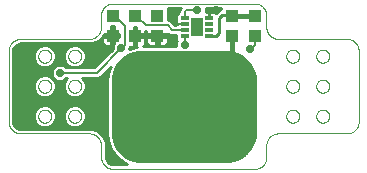
<source format=gtl>
G75*
%MOIN*%
%OFA0B0*%
%FSLAX25Y25*%
%IPPOS*%
%LPD*%
%AMOC8*
5,1,8,0,0,1.08239X$1,22.5*
%
%ADD10C,0.00000*%
%ADD11R,0.04331X0.03937*%
%ADD12R,0.03937X0.04331*%
%ADD13R,0.02756X0.01181*%
%ADD14R,0.03937X0.06299*%
%ADD15C,0.00600*%
%ADD16OC8,0.02381*%
%ADD17C,0.01000*%
%ADD18OC8,0.02420*%
%ADD19C,0.00591*%
%ADD20C,0.01600*%
D10*
X0045791Y0032012D02*
X0045915Y0032010D01*
X0046038Y0032004D01*
X0046162Y0031995D01*
X0046284Y0031981D01*
X0046407Y0031964D01*
X0046529Y0031942D01*
X0046650Y0031917D01*
X0046770Y0031888D01*
X0046889Y0031856D01*
X0047008Y0031819D01*
X0047125Y0031779D01*
X0047240Y0031736D01*
X0047355Y0031688D01*
X0047467Y0031637D01*
X0047578Y0031583D01*
X0047688Y0031525D01*
X0047795Y0031464D01*
X0047901Y0031399D01*
X0048004Y0031331D01*
X0048105Y0031260D01*
X0048204Y0031186D01*
X0048301Y0031109D01*
X0048395Y0031028D01*
X0048486Y0030945D01*
X0048575Y0030859D01*
X0048661Y0030770D01*
X0048744Y0030679D01*
X0048825Y0030585D01*
X0048902Y0030488D01*
X0048976Y0030389D01*
X0049047Y0030288D01*
X0049115Y0030185D01*
X0049180Y0030079D01*
X0049241Y0029972D01*
X0049299Y0029862D01*
X0049353Y0029751D01*
X0049404Y0029639D01*
X0049452Y0029524D01*
X0049495Y0029409D01*
X0049535Y0029292D01*
X0049572Y0029173D01*
X0049604Y0029054D01*
X0049633Y0028934D01*
X0049658Y0028813D01*
X0049680Y0028691D01*
X0049697Y0028568D01*
X0049711Y0028446D01*
X0049720Y0028322D01*
X0049726Y0028199D01*
X0049728Y0028075D01*
X0049728Y0024138D01*
X0049730Y0024014D01*
X0049736Y0023891D01*
X0049745Y0023767D01*
X0049759Y0023645D01*
X0049776Y0023522D01*
X0049798Y0023400D01*
X0049823Y0023279D01*
X0049852Y0023159D01*
X0049884Y0023040D01*
X0049921Y0022921D01*
X0049961Y0022804D01*
X0050004Y0022689D01*
X0050052Y0022574D01*
X0050103Y0022462D01*
X0050157Y0022351D01*
X0050215Y0022241D01*
X0050276Y0022134D01*
X0050341Y0022028D01*
X0050409Y0021925D01*
X0050480Y0021824D01*
X0050554Y0021725D01*
X0050631Y0021628D01*
X0050712Y0021534D01*
X0050795Y0021443D01*
X0050881Y0021354D01*
X0050970Y0021268D01*
X0051061Y0021185D01*
X0051155Y0021104D01*
X0051252Y0021027D01*
X0051351Y0020953D01*
X0051452Y0020882D01*
X0051555Y0020814D01*
X0051661Y0020749D01*
X0051768Y0020688D01*
X0051878Y0020630D01*
X0051989Y0020576D01*
X0052101Y0020525D01*
X0052216Y0020477D01*
X0052331Y0020434D01*
X0052448Y0020394D01*
X0052567Y0020357D01*
X0052686Y0020325D01*
X0052806Y0020296D01*
X0052927Y0020271D01*
X0053049Y0020249D01*
X0053172Y0020232D01*
X0053294Y0020218D01*
X0053418Y0020209D01*
X0053541Y0020203D01*
X0053665Y0020201D01*
X0100909Y0020201D01*
X0101033Y0020203D01*
X0101156Y0020209D01*
X0101280Y0020218D01*
X0101402Y0020232D01*
X0101525Y0020249D01*
X0101647Y0020271D01*
X0101768Y0020296D01*
X0101888Y0020325D01*
X0102007Y0020357D01*
X0102126Y0020394D01*
X0102243Y0020434D01*
X0102358Y0020477D01*
X0102473Y0020525D01*
X0102585Y0020576D01*
X0102696Y0020630D01*
X0102806Y0020688D01*
X0102913Y0020749D01*
X0103019Y0020814D01*
X0103122Y0020882D01*
X0103223Y0020953D01*
X0103322Y0021027D01*
X0103419Y0021104D01*
X0103513Y0021185D01*
X0103604Y0021268D01*
X0103693Y0021354D01*
X0103779Y0021443D01*
X0103862Y0021534D01*
X0103943Y0021628D01*
X0104020Y0021725D01*
X0104094Y0021824D01*
X0104165Y0021925D01*
X0104233Y0022028D01*
X0104298Y0022134D01*
X0104359Y0022241D01*
X0104417Y0022351D01*
X0104471Y0022462D01*
X0104522Y0022574D01*
X0104570Y0022689D01*
X0104613Y0022804D01*
X0104653Y0022921D01*
X0104690Y0023040D01*
X0104722Y0023159D01*
X0104751Y0023279D01*
X0104776Y0023400D01*
X0104798Y0023522D01*
X0104815Y0023645D01*
X0104829Y0023767D01*
X0104838Y0023891D01*
X0104844Y0024014D01*
X0104846Y0024138D01*
X0104846Y0028075D01*
X0104848Y0028199D01*
X0104854Y0028322D01*
X0104863Y0028446D01*
X0104877Y0028568D01*
X0104894Y0028691D01*
X0104916Y0028813D01*
X0104941Y0028934D01*
X0104970Y0029054D01*
X0105002Y0029173D01*
X0105039Y0029292D01*
X0105079Y0029409D01*
X0105122Y0029524D01*
X0105170Y0029639D01*
X0105221Y0029751D01*
X0105275Y0029862D01*
X0105333Y0029972D01*
X0105394Y0030079D01*
X0105459Y0030185D01*
X0105527Y0030288D01*
X0105598Y0030389D01*
X0105672Y0030488D01*
X0105749Y0030585D01*
X0105830Y0030679D01*
X0105913Y0030770D01*
X0105999Y0030859D01*
X0106088Y0030945D01*
X0106179Y0031028D01*
X0106273Y0031109D01*
X0106370Y0031186D01*
X0106469Y0031260D01*
X0106570Y0031331D01*
X0106673Y0031399D01*
X0106779Y0031464D01*
X0106886Y0031525D01*
X0106996Y0031583D01*
X0107107Y0031637D01*
X0107219Y0031688D01*
X0107334Y0031736D01*
X0107449Y0031779D01*
X0107566Y0031819D01*
X0107685Y0031856D01*
X0107804Y0031888D01*
X0107924Y0031917D01*
X0108045Y0031942D01*
X0108167Y0031964D01*
X0108290Y0031981D01*
X0108412Y0031995D01*
X0108536Y0032004D01*
X0108659Y0032010D01*
X0108783Y0032012D01*
X0131674Y0032012D01*
X0131798Y0032014D01*
X0131921Y0032020D01*
X0132045Y0032029D01*
X0132167Y0032043D01*
X0132290Y0032060D01*
X0132412Y0032082D01*
X0132533Y0032107D01*
X0132653Y0032136D01*
X0132772Y0032168D01*
X0132891Y0032205D01*
X0133008Y0032245D01*
X0133123Y0032288D01*
X0133238Y0032336D01*
X0133350Y0032387D01*
X0133461Y0032441D01*
X0133571Y0032499D01*
X0133678Y0032560D01*
X0133784Y0032625D01*
X0133887Y0032693D01*
X0133988Y0032764D01*
X0134087Y0032838D01*
X0134184Y0032915D01*
X0134278Y0032996D01*
X0134369Y0033079D01*
X0134458Y0033165D01*
X0134544Y0033254D01*
X0134627Y0033345D01*
X0134708Y0033439D01*
X0134785Y0033536D01*
X0134859Y0033635D01*
X0134930Y0033736D01*
X0134998Y0033839D01*
X0135063Y0033945D01*
X0135124Y0034052D01*
X0135182Y0034162D01*
X0135236Y0034273D01*
X0135287Y0034385D01*
X0135335Y0034500D01*
X0135378Y0034615D01*
X0135418Y0034732D01*
X0135455Y0034851D01*
X0135487Y0034970D01*
X0135516Y0035090D01*
X0135541Y0035211D01*
X0135563Y0035333D01*
X0135580Y0035456D01*
X0135594Y0035578D01*
X0135603Y0035702D01*
X0135609Y0035825D01*
X0135611Y0035949D01*
X0135611Y0059571D01*
X0135609Y0059695D01*
X0135603Y0059818D01*
X0135594Y0059942D01*
X0135580Y0060064D01*
X0135563Y0060187D01*
X0135541Y0060309D01*
X0135516Y0060430D01*
X0135487Y0060550D01*
X0135455Y0060669D01*
X0135418Y0060788D01*
X0135378Y0060905D01*
X0135335Y0061020D01*
X0135287Y0061135D01*
X0135236Y0061247D01*
X0135182Y0061358D01*
X0135124Y0061468D01*
X0135063Y0061575D01*
X0134998Y0061681D01*
X0134930Y0061784D01*
X0134859Y0061885D01*
X0134785Y0061984D01*
X0134708Y0062081D01*
X0134627Y0062175D01*
X0134544Y0062266D01*
X0134458Y0062355D01*
X0134369Y0062441D01*
X0134278Y0062524D01*
X0134184Y0062605D01*
X0134087Y0062682D01*
X0133988Y0062756D01*
X0133887Y0062827D01*
X0133784Y0062895D01*
X0133678Y0062960D01*
X0133571Y0063021D01*
X0133461Y0063079D01*
X0133350Y0063133D01*
X0133238Y0063184D01*
X0133123Y0063232D01*
X0133008Y0063275D01*
X0132891Y0063315D01*
X0132772Y0063352D01*
X0132653Y0063384D01*
X0132533Y0063413D01*
X0132412Y0063438D01*
X0132290Y0063460D01*
X0132167Y0063477D01*
X0132045Y0063491D01*
X0131921Y0063500D01*
X0131798Y0063506D01*
X0131674Y0063508D01*
X0108783Y0063508D01*
X0108659Y0063510D01*
X0108536Y0063516D01*
X0108412Y0063525D01*
X0108290Y0063539D01*
X0108167Y0063556D01*
X0108045Y0063578D01*
X0107924Y0063603D01*
X0107804Y0063632D01*
X0107685Y0063664D01*
X0107566Y0063701D01*
X0107449Y0063741D01*
X0107334Y0063784D01*
X0107219Y0063832D01*
X0107107Y0063883D01*
X0106996Y0063937D01*
X0106886Y0063995D01*
X0106779Y0064056D01*
X0106673Y0064121D01*
X0106570Y0064189D01*
X0106469Y0064260D01*
X0106370Y0064334D01*
X0106273Y0064411D01*
X0106179Y0064492D01*
X0106088Y0064575D01*
X0105999Y0064661D01*
X0105913Y0064750D01*
X0105830Y0064841D01*
X0105749Y0064935D01*
X0105672Y0065032D01*
X0105598Y0065131D01*
X0105527Y0065232D01*
X0105459Y0065335D01*
X0105394Y0065441D01*
X0105333Y0065548D01*
X0105275Y0065658D01*
X0105221Y0065769D01*
X0105170Y0065881D01*
X0105122Y0065996D01*
X0105079Y0066111D01*
X0105039Y0066228D01*
X0105002Y0066347D01*
X0104970Y0066466D01*
X0104941Y0066586D01*
X0104916Y0066707D01*
X0104894Y0066829D01*
X0104877Y0066952D01*
X0104863Y0067074D01*
X0104854Y0067198D01*
X0104848Y0067321D01*
X0104846Y0067445D01*
X0104846Y0071382D01*
X0104844Y0071506D01*
X0104838Y0071629D01*
X0104829Y0071753D01*
X0104815Y0071875D01*
X0104798Y0071998D01*
X0104776Y0072120D01*
X0104751Y0072241D01*
X0104722Y0072361D01*
X0104690Y0072480D01*
X0104653Y0072599D01*
X0104613Y0072716D01*
X0104570Y0072831D01*
X0104522Y0072946D01*
X0104471Y0073058D01*
X0104417Y0073169D01*
X0104359Y0073279D01*
X0104298Y0073386D01*
X0104233Y0073492D01*
X0104165Y0073595D01*
X0104094Y0073696D01*
X0104020Y0073795D01*
X0103943Y0073892D01*
X0103862Y0073986D01*
X0103779Y0074077D01*
X0103693Y0074166D01*
X0103604Y0074252D01*
X0103513Y0074335D01*
X0103419Y0074416D01*
X0103322Y0074493D01*
X0103223Y0074567D01*
X0103122Y0074638D01*
X0103019Y0074706D01*
X0102913Y0074771D01*
X0102806Y0074832D01*
X0102696Y0074890D01*
X0102585Y0074944D01*
X0102473Y0074995D01*
X0102358Y0075043D01*
X0102243Y0075086D01*
X0102126Y0075126D01*
X0102007Y0075163D01*
X0101888Y0075195D01*
X0101768Y0075224D01*
X0101647Y0075249D01*
X0101525Y0075271D01*
X0101402Y0075288D01*
X0101280Y0075302D01*
X0101156Y0075311D01*
X0101033Y0075317D01*
X0100909Y0075319D01*
X0053665Y0075319D01*
X0053541Y0075317D01*
X0053418Y0075311D01*
X0053294Y0075302D01*
X0053172Y0075288D01*
X0053049Y0075271D01*
X0052927Y0075249D01*
X0052806Y0075224D01*
X0052686Y0075195D01*
X0052567Y0075163D01*
X0052448Y0075126D01*
X0052331Y0075086D01*
X0052216Y0075043D01*
X0052101Y0074995D01*
X0051989Y0074944D01*
X0051878Y0074890D01*
X0051768Y0074832D01*
X0051661Y0074771D01*
X0051555Y0074706D01*
X0051452Y0074638D01*
X0051351Y0074567D01*
X0051252Y0074493D01*
X0051155Y0074416D01*
X0051061Y0074335D01*
X0050970Y0074252D01*
X0050881Y0074166D01*
X0050795Y0074077D01*
X0050712Y0073986D01*
X0050631Y0073892D01*
X0050554Y0073795D01*
X0050480Y0073696D01*
X0050409Y0073595D01*
X0050341Y0073492D01*
X0050276Y0073386D01*
X0050215Y0073279D01*
X0050157Y0073169D01*
X0050103Y0073058D01*
X0050052Y0072946D01*
X0050004Y0072831D01*
X0049961Y0072716D01*
X0049921Y0072599D01*
X0049884Y0072480D01*
X0049852Y0072361D01*
X0049823Y0072241D01*
X0049798Y0072120D01*
X0049776Y0071998D01*
X0049759Y0071875D01*
X0049745Y0071753D01*
X0049736Y0071629D01*
X0049730Y0071506D01*
X0049728Y0071382D01*
X0049728Y0067445D01*
X0049726Y0067321D01*
X0049720Y0067198D01*
X0049711Y0067074D01*
X0049697Y0066952D01*
X0049680Y0066829D01*
X0049658Y0066707D01*
X0049633Y0066586D01*
X0049604Y0066466D01*
X0049572Y0066347D01*
X0049535Y0066228D01*
X0049495Y0066111D01*
X0049452Y0065996D01*
X0049404Y0065881D01*
X0049353Y0065769D01*
X0049299Y0065658D01*
X0049241Y0065548D01*
X0049180Y0065441D01*
X0049115Y0065335D01*
X0049047Y0065232D01*
X0048976Y0065131D01*
X0048902Y0065032D01*
X0048825Y0064935D01*
X0048744Y0064841D01*
X0048661Y0064750D01*
X0048575Y0064661D01*
X0048486Y0064575D01*
X0048395Y0064492D01*
X0048301Y0064411D01*
X0048204Y0064334D01*
X0048105Y0064260D01*
X0048004Y0064189D01*
X0047901Y0064121D01*
X0047795Y0064056D01*
X0047688Y0063995D01*
X0047578Y0063937D01*
X0047467Y0063883D01*
X0047355Y0063832D01*
X0047240Y0063784D01*
X0047125Y0063741D01*
X0047008Y0063701D01*
X0046889Y0063664D01*
X0046770Y0063632D01*
X0046650Y0063603D01*
X0046529Y0063578D01*
X0046407Y0063556D01*
X0046284Y0063539D01*
X0046162Y0063525D01*
X0046038Y0063516D01*
X0045915Y0063510D01*
X0045791Y0063508D01*
X0022901Y0063508D01*
X0022777Y0063506D01*
X0022654Y0063500D01*
X0022530Y0063491D01*
X0022408Y0063477D01*
X0022285Y0063460D01*
X0022163Y0063438D01*
X0022042Y0063413D01*
X0021922Y0063384D01*
X0021803Y0063352D01*
X0021684Y0063315D01*
X0021567Y0063275D01*
X0021452Y0063232D01*
X0021337Y0063184D01*
X0021225Y0063133D01*
X0021114Y0063079D01*
X0021004Y0063021D01*
X0020897Y0062960D01*
X0020791Y0062895D01*
X0020688Y0062827D01*
X0020587Y0062756D01*
X0020488Y0062682D01*
X0020391Y0062605D01*
X0020297Y0062524D01*
X0020206Y0062441D01*
X0020117Y0062355D01*
X0020031Y0062266D01*
X0019948Y0062175D01*
X0019867Y0062081D01*
X0019790Y0061984D01*
X0019716Y0061885D01*
X0019645Y0061784D01*
X0019577Y0061681D01*
X0019512Y0061575D01*
X0019451Y0061468D01*
X0019393Y0061358D01*
X0019339Y0061247D01*
X0019288Y0061135D01*
X0019240Y0061020D01*
X0019197Y0060905D01*
X0019157Y0060788D01*
X0019120Y0060669D01*
X0019088Y0060550D01*
X0019059Y0060430D01*
X0019034Y0060309D01*
X0019012Y0060187D01*
X0018995Y0060064D01*
X0018981Y0059942D01*
X0018972Y0059818D01*
X0018966Y0059695D01*
X0018964Y0059571D01*
X0018964Y0035949D01*
X0018966Y0035825D01*
X0018972Y0035702D01*
X0018981Y0035578D01*
X0018995Y0035456D01*
X0019012Y0035333D01*
X0019034Y0035211D01*
X0019059Y0035090D01*
X0019088Y0034970D01*
X0019120Y0034851D01*
X0019157Y0034732D01*
X0019197Y0034615D01*
X0019240Y0034500D01*
X0019288Y0034385D01*
X0019339Y0034273D01*
X0019393Y0034162D01*
X0019451Y0034052D01*
X0019512Y0033945D01*
X0019577Y0033839D01*
X0019645Y0033736D01*
X0019716Y0033635D01*
X0019790Y0033536D01*
X0019867Y0033439D01*
X0019948Y0033345D01*
X0020031Y0033254D01*
X0020117Y0033165D01*
X0020206Y0033079D01*
X0020297Y0032996D01*
X0020391Y0032915D01*
X0020488Y0032838D01*
X0020587Y0032764D01*
X0020688Y0032693D01*
X0020791Y0032625D01*
X0020897Y0032560D01*
X0021004Y0032499D01*
X0021114Y0032441D01*
X0021225Y0032387D01*
X0021337Y0032336D01*
X0021452Y0032288D01*
X0021567Y0032245D01*
X0021684Y0032205D01*
X0021803Y0032168D01*
X0021922Y0032136D01*
X0022042Y0032107D01*
X0022163Y0032082D01*
X0022285Y0032060D01*
X0022408Y0032043D01*
X0022530Y0032029D01*
X0022654Y0032020D01*
X0022777Y0032014D01*
X0022901Y0032012D01*
X0045791Y0032012D01*
X0038784Y0037760D02*
X0038786Y0037853D01*
X0038792Y0037945D01*
X0038802Y0038037D01*
X0038816Y0038128D01*
X0038833Y0038219D01*
X0038855Y0038309D01*
X0038880Y0038398D01*
X0038909Y0038486D01*
X0038942Y0038572D01*
X0038979Y0038657D01*
X0039019Y0038741D01*
X0039063Y0038822D01*
X0039110Y0038902D01*
X0039160Y0038980D01*
X0039214Y0039055D01*
X0039271Y0039128D01*
X0039331Y0039198D01*
X0039394Y0039266D01*
X0039460Y0039331D01*
X0039528Y0039393D01*
X0039599Y0039453D01*
X0039673Y0039509D01*
X0039749Y0039562D01*
X0039827Y0039611D01*
X0039907Y0039658D01*
X0039989Y0039700D01*
X0040073Y0039740D01*
X0040158Y0039775D01*
X0040245Y0039807D01*
X0040333Y0039836D01*
X0040422Y0039860D01*
X0040512Y0039881D01*
X0040603Y0039897D01*
X0040695Y0039910D01*
X0040787Y0039919D01*
X0040880Y0039924D01*
X0040972Y0039925D01*
X0041065Y0039922D01*
X0041157Y0039915D01*
X0041249Y0039904D01*
X0041340Y0039889D01*
X0041431Y0039871D01*
X0041521Y0039848D01*
X0041609Y0039822D01*
X0041697Y0039792D01*
X0041783Y0039758D01*
X0041867Y0039721D01*
X0041950Y0039679D01*
X0042031Y0039635D01*
X0042111Y0039587D01*
X0042188Y0039536D01*
X0042262Y0039481D01*
X0042335Y0039423D01*
X0042405Y0039363D01*
X0042472Y0039299D01*
X0042536Y0039233D01*
X0042598Y0039163D01*
X0042656Y0039092D01*
X0042711Y0039018D01*
X0042763Y0038941D01*
X0042812Y0038862D01*
X0042858Y0038782D01*
X0042900Y0038699D01*
X0042938Y0038615D01*
X0042973Y0038529D01*
X0043004Y0038442D01*
X0043031Y0038354D01*
X0043054Y0038264D01*
X0043074Y0038174D01*
X0043090Y0038083D01*
X0043102Y0037991D01*
X0043110Y0037899D01*
X0043114Y0037806D01*
X0043114Y0037714D01*
X0043110Y0037621D01*
X0043102Y0037529D01*
X0043090Y0037437D01*
X0043074Y0037346D01*
X0043054Y0037256D01*
X0043031Y0037166D01*
X0043004Y0037078D01*
X0042973Y0036991D01*
X0042938Y0036905D01*
X0042900Y0036821D01*
X0042858Y0036738D01*
X0042812Y0036658D01*
X0042763Y0036579D01*
X0042711Y0036502D01*
X0042656Y0036428D01*
X0042598Y0036357D01*
X0042536Y0036287D01*
X0042472Y0036221D01*
X0042405Y0036157D01*
X0042335Y0036097D01*
X0042262Y0036039D01*
X0042188Y0035984D01*
X0042111Y0035933D01*
X0042032Y0035885D01*
X0041950Y0035841D01*
X0041867Y0035799D01*
X0041783Y0035762D01*
X0041697Y0035728D01*
X0041609Y0035698D01*
X0041521Y0035672D01*
X0041431Y0035649D01*
X0041340Y0035631D01*
X0041249Y0035616D01*
X0041157Y0035605D01*
X0041065Y0035598D01*
X0040972Y0035595D01*
X0040880Y0035596D01*
X0040787Y0035601D01*
X0040695Y0035610D01*
X0040603Y0035623D01*
X0040512Y0035639D01*
X0040422Y0035660D01*
X0040333Y0035684D01*
X0040245Y0035713D01*
X0040158Y0035745D01*
X0040073Y0035780D01*
X0039989Y0035820D01*
X0039907Y0035862D01*
X0039827Y0035909D01*
X0039749Y0035958D01*
X0039673Y0036011D01*
X0039599Y0036067D01*
X0039528Y0036127D01*
X0039460Y0036189D01*
X0039394Y0036254D01*
X0039331Y0036322D01*
X0039271Y0036392D01*
X0039214Y0036465D01*
X0039160Y0036540D01*
X0039110Y0036618D01*
X0039063Y0036698D01*
X0039019Y0036779D01*
X0038979Y0036863D01*
X0038942Y0036948D01*
X0038909Y0037034D01*
X0038880Y0037122D01*
X0038855Y0037211D01*
X0038833Y0037301D01*
X0038816Y0037392D01*
X0038802Y0037483D01*
X0038792Y0037575D01*
X0038786Y0037667D01*
X0038784Y0037760D01*
X0028784Y0037760D02*
X0028786Y0037853D01*
X0028792Y0037945D01*
X0028802Y0038037D01*
X0028816Y0038128D01*
X0028833Y0038219D01*
X0028855Y0038309D01*
X0028880Y0038398D01*
X0028909Y0038486D01*
X0028942Y0038572D01*
X0028979Y0038657D01*
X0029019Y0038741D01*
X0029063Y0038822D01*
X0029110Y0038902D01*
X0029160Y0038980D01*
X0029214Y0039055D01*
X0029271Y0039128D01*
X0029331Y0039198D01*
X0029394Y0039266D01*
X0029460Y0039331D01*
X0029528Y0039393D01*
X0029599Y0039453D01*
X0029673Y0039509D01*
X0029749Y0039562D01*
X0029827Y0039611D01*
X0029907Y0039658D01*
X0029989Y0039700D01*
X0030073Y0039740D01*
X0030158Y0039775D01*
X0030245Y0039807D01*
X0030333Y0039836D01*
X0030422Y0039860D01*
X0030512Y0039881D01*
X0030603Y0039897D01*
X0030695Y0039910D01*
X0030787Y0039919D01*
X0030880Y0039924D01*
X0030972Y0039925D01*
X0031065Y0039922D01*
X0031157Y0039915D01*
X0031249Y0039904D01*
X0031340Y0039889D01*
X0031431Y0039871D01*
X0031521Y0039848D01*
X0031609Y0039822D01*
X0031697Y0039792D01*
X0031783Y0039758D01*
X0031867Y0039721D01*
X0031950Y0039679D01*
X0032031Y0039635D01*
X0032111Y0039587D01*
X0032188Y0039536D01*
X0032262Y0039481D01*
X0032335Y0039423D01*
X0032405Y0039363D01*
X0032472Y0039299D01*
X0032536Y0039233D01*
X0032598Y0039163D01*
X0032656Y0039092D01*
X0032711Y0039018D01*
X0032763Y0038941D01*
X0032812Y0038862D01*
X0032858Y0038782D01*
X0032900Y0038699D01*
X0032938Y0038615D01*
X0032973Y0038529D01*
X0033004Y0038442D01*
X0033031Y0038354D01*
X0033054Y0038264D01*
X0033074Y0038174D01*
X0033090Y0038083D01*
X0033102Y0037991D01*
X0033110Y0037899D01*
X0033114Y0037806D01*
X0033114Y0037714D01*
X0033110Y0037621D01*
X0033102Y0037529D01*
X0033090Y0037437D01*
X0033074Y0037346D01*
X0033054Y0037256D01*
X0033031Y0037166D01*
X0033004Y0037078D01*
X0032973Y0036991D01*
X0032938Y0036905D01*
X0032900Y0036821D01*
X0032858Y0036738D01*
X0032812Y0036658D01*
X0032763Y0036579D01*
X0032711Y0036502D01*
X0032656Y0036428D01*
X0032598Y0036357D01*
X0032536Y0036287D01*
X0032472Y0036221D01*
X0032405Y0036157D01*
X0032335Y0036097D01*
X0032262Y0036039D01*
X0032188Y0035984D01*
X0032111Y0035933D01*
X0032032Y0035885D01*
X0031950Y0035841D01*
X0031867Y0035799D01*
X0031783Y0035762D01*
X0031697Y0035728D01*
X0031609Y0035698D01*
X0031521Y0035672D01*
X0031431Y0035649D01*
X0031340Y0035631D01*
X0031249Y0035616D01*
X0031157Y0035605D01*
X0031065Y0035598D01*
X0030972Y0035595D01*
X0030880Y0035596D01*
X0030787Y0035601D01*
X0030695Y0035610D01*
X0030603Y0035623D01*
X0030512Y0035639D01*
X0030422Y0035660D01*
X0030333Y0035684D01*
X0030245Y0035713D01*
X0030158Y0035745D01*
X0030073Y0035780D01*
X0029989Y0035820D01*
X0029907Y0035862D01*
X0029827Y0035909D01*
X0029749Y0035958D01*
X0029673Y0036011D01*
X0029599Y0036067D01*
X0029528Y0036127D01*
X0029460Y0036189D01*
X0029394Y0036254D01*
X0029331Y0036322D01*
X0029271Y0036392D01*
X0029214Y0036465D01*
X0029160Y0036540D01*
X0029110Y0036618D01*
X0029063Y0036698D01*
X0029019Y0036779D01*
X0028979Y0036863D01*
X0028942Y0036948D01*
X0028909Y0037034D01*
X0028880Y0037122D01*
X0028855Y0037211D01*
X0028833Y0037301D01*
X0028816Y0037392D01*
X0028802Y0037483D01*
X0028792Y0037575D01*
X0028786Y0037667D01*
X0028784Y0037760D01*
X0028784Y0047760D02*
X0028786Y0047853D01*
X0028792Y0047945D01*
X0028802Y0048037D01*
X0028816Y0048128D01*
X0028833Y0048219D01*
X0028855Y0048309D01*
X0028880Y0048398D01*
X0028909Y0048486D01*
X0028942Y0048572D01*
X0028979Y0048657D01*
X0029019Y0048741D01*
X0029063Y0048822D01*
X0029110Y0048902D01*
X0029160Y0048980D01*
X0029214Y0049055D01*
X0029271Y0049128D01*
X0029331Y0049198D01*
X0029394Y0049266D01*
X0029460Y0049331D01*
X0029528Y0049393D01*
X0029599Y0049453D01*
X0029673Y0049509D01*
X0029749Y0049562D01*
X0029827Y0049611D01*
X0029907Y0049658D01*
X0029989Y0049700D01*
X0030073Y0049740D01*
X0030158Y0049775D01*
X0030245Y0049807D01*
X0030333Y0049836D01*
X0030422Y0049860D01*
X0030512Y0049881D01*
X0030603Y0049897D01*
X0030695Y0049910D01*
X0030787Y0049919D01*
X0030880Y0049924D01*
X0030972Y0049925D01*
X0031065Y0049922D01*
X0031157Y0049915D01*
X0031249Y0049904D01*
X0031340Y0049889D01*
X0031431Y0049871D01*
X0031521Y0049848D01*
X0031609Y0049822D01*
X0031697Y0049792D01*
X0031783Y0049758D01*
X0031867Y0049721D01*
X0031950Y0049679D01*
X0032031Y0049635D01*
X0032111Y0049587D01*
X0032188Y0049536D01*
X0032262Y0049481D01*
X0032335Y0049423D01*
X0032405Y0049363D01*
X0032472Y0049299D01*
X0032536Y0049233D01*
X0032598Y0049163D01*
X0032656Y0049092D01*
X0032711Y0049018D01*
X0032763Y0048941D01*
X0032812Y0048862D01*
X0032858Y0048782D01*
X0032900Y0048699D01*
X0032938Y0048615D01*
X0032973Y0048529D01*
X0033004Y0048442D01*
X0033031Y0048354D01*
X0033054Y0048264D01*
X0033074Y0048174D01*
X0033090Y0048083D01*
X0033102Y0047991D01*
X0033110Y0047899D01*
X0033114Y0047806D01*
X0033114Y0047714D01*
X0033110Y0047621D01*
X0033102Y0047529D01*
X0033090Y0047437D01*
X0033074Y0047346D01*
X0033054Y0047256D01*
X0033031Y0047166D01*
X0033004Y0047078D01*
X0032973Y0046991D01*
X0032938Y0046905D01*
X0032900Y0046821D01*
X0032858Y0046738D01*
X0032812Y0046658D01*
X0032763Y0046579D01*
X0032711Y0046502D01*
X0032656Y0046428D01*
X0032598Y0046357D01*
X0032536Y0046287D01*
X0032472Y0046221D01*
X0032405Y0046157D01*
X0032335Y0046097D01*
X0032262Y0046039D01*
X0032188Y0045984D01*
X0032111Y0045933D01*
X0032032Y0045885D01*
X0031950Y0045841D01*
X0031867Y0045799D01*
X0031783Y0045762D01*
X0031697Y0045728D01*
X0031609Y0045698D01*
X0031521Y0045672D01*
X0031431Y0045649D01*
X0031340Y0045631D01*
X0031249Y0045616D01*
X0031157Y0045605D01*
X0031065Y0045598D01*
X0030972Y0045595D01*
X0030880Y0045596D01*
X0030787Y0045601D01*
X0030695Y0045610D01*
X0030603Y0045623D01*
X0030512Y0045639D01*
X0030422Y0045660D01*
X0030333Y0045684D01*
X0030245Y0045713D01*
X0030158Y0045745D01*
X0030073Y0045780D01*
X0029989Y0045820D01*
X0029907Y0045862D01*
X0029827Y0045909D01*
X0029749Y0045958D01*
X0029673Y0046011D01*
X0029599Y0046067D01*
X0029528Y0046127D01*
X0029460Y0046189D01*
X0029394Y0046254D01*
X0029331Y0046322D01*
X0029271Y0046392D01*
X0029214Y0046465D01*
X0029160Y0046540D01*
X0029110Y0046618D01*
X0029063Y0046698D01*
X0029019Y0046779D01*
X0028979Y0046863D01*
X0028942Y0046948D01*
X0028909Y0047034D01*
X0028880Y0047122D01*
X0028855Y0047211D01*
X0028833Y0047301D01*
X0028816Y0047392D01*
X0028802Y0047483D01*
X0028792Y0047575D01*
X0028786Y0047667D01*
X0028784Y0047760D01*
X0038784Y0047760D02*
X0038786Y0047853D01*
X0038792Y0047945D01*
X0038802Y0048037D01*
X0038816Y0048128D01*
X0038833Y0048219D01*
X0038855Y0048309D01*
X0038880Y0048398D01*
X0038909Y0048486D01*
X0038942Y0048572D01*
X0038979Y0048657D01*
X0039019Y0048741D01*
X0039063Y0048822D01*
X0039110Y0048902D01*
X0039160Y0048980D01*
X0039214Y0049055D01*
X0039271Y0049128D01*
X0039331Y0049198D01*
X0039394Y0049266D01*
X0039460Y0049331D01*
X0039528Y0049393D01*
X0039599Y0049453D01*
X0039673Y0049509D01*
X0039749Y0049562D01*
X0039827Y0049611D01*
X0039907Y0049658D01*
X0039989Y0049700D01*
X0040073Y0049740D01*
X0040158Y0049775D01*
X0040245Y0049807D01*
X0040333Y0049836D01*
X0040422Y0049860D01*
X0040512Y0049881D01*
X0040603Y0049897D01*
X0040695Y0049910D01*
X0040787Y0049919D01*
X0040880Y0049924D01*
X0040972Y0049925D01*
X0041065Y0049922D01*
X0041157Y0049915D01*
X0041249Y0049904D01*
X0041340Y0049889D01*
X0041431Y0049871D01*
X0041521Y0049848D01*
X0041609Y0049822D01*
X0041697Y0049792D01*
X0041783Y0049758D01*
X0041867Y0049721D01*
X0041950Y0049679D01*
X0042031Y0049635D01*
X0042111Y0049587D01*
X0042188Y0049536D01*
X0042262Y0049481D01*
X0042335Y0049423D01*
X0042405Y0049363D01*
X0042472Y0049299D01*
X0042536Y0049233D01*
X0042598Y0049163D01*
X0042656Y0049092D01*
X0042711Y0049018D01*
X0042763Y0048941D01*
X0042812Y0048862D01*
X0042858Y0048782D01*
X0042900Y0048699D01*
X0042938Y0048615D01*
X0042973Y0048529D01*
X0043004Y0048442D01*
X0043031Y0048354D01*
X0043054Y0048264D01*
X0043074Y0048174D01*
X0043090Y0048083D01*
X0043102Y0047991D01*
X0043110Y0047899D01*
X0043114Y0047806D01*
X0043114Y0047714D01*
X0043110Y0047621D01*
X0043102Y0047529D01*
X0043090Y0047437D01*
X0043074Y0047346D01*
X0043054Y0047256D01*
X0043031Y0047166D01*
X0043004Y0047078D01*
X0042973Y0046991D01*
X0042938Y0046905D01*
X0042900Y0046821D01*
X0042858Y0046738D01*
X0042812Y0046658D01*
X0042763Y0046579D01*
X0042711Y0046502D01*
X0042656Y0046428D01*
X0042598Y0046357D01*
X0042536Y0046287D01*
X0042472Y0046221D01*
X0042405Y0046157D01*
X0042335Y0046097D01*
X0042262Y0046039D01*
X0042188Y0045984D01*
X0042111Y0045933D01*
X0042032Y0045885D01*
X0041950Y0045841D01*
X0041867Y0045799D01*
X0041783Y0045762D01*
X0041697Y0045728D01*
X0041609Y0045698D01*
X0041521Y0045672D01*
X0041431Y0045649D01*
X0041340Y0045631D01*
X0041249Y0045616D01*
X0041157Y0045605D01*
X0041065Y0045598D01*
X0040972Y0045595D01*
X0040880Y0045596D01*
X0040787Y0045601D01*
X0040695Y0045610D01*
X0040603Y0045623D01*
X0040512Y0045639D01*
X0040422Y0045660D01*
X0040333Y0045684D01*
X0040245Y0045713D01*
X0040158Y0045745D01*
X0040073Y0045780D01*
X0039989Y0045820D01*
X0039907Y0045862D01*
X0039827Y0045909D01*
X0039749Y0045958D01*
X0039673Y0046011D01*
X0039599Y0046067D01*
X0039528Y0046127D01*
X0039460Y0046189D01*
X0039394Y0046254D01*
X0039331Y0046322D01*
X0039271Y0046392D01*
X0039214Y0046465D01*
X0039160Y0046540D01*
X0039110Y0046618D01*
X0039063Y0046698D01*
X0039019Y0046779D01*
X0038979Y0046863D01*
X0038942Y0046948D01*
X0038909Y0047034D01*
X0038880Y0047122D01*
X0038855Y0047211D01*
X0038833Y0047301D01*
X0038816Y0047392D01*
X0038802Y0047483D01*
X0038792Y0047575D01*
X0038786Y0047667D01*
X0038784Y0047760D01*
X0038784Y0057760D02*
X0038786Y0057853D01*
X0038792Y0057945D01*
X0038802Y0058037D01*
X0038816Y0058128D01*
X0038833Y0058219D01*
X0038855Y0058309D01*
X0038880Y0058398D01*
X0038909Y0058486D01*
X0038942Y0058572D01*
X0038979Y0058657D01*
X0039019Y0058741D01*
X0039063Y0058822D01*
X0039110Y0058902D01*
X0039160Y0058980D01*
X0039214Y0059055D01*
X0039271Y0059128D01*
X0039331Y0059198D01*
X0039394Y0059266D01*
X0039460Y0059331D01*
X0039528Y0059393D01*
X0039599Y0059453D01*
X0039673Y0059509D01*
X0039749Y0059562D01*
X0039827Y0059611D01*
X0039907Y0059658D01*
X0039989Y0059700D01*
X0040073Y0059740D01*
X0040158Y0059775D01*
X0040245Y0059807D01*
X0040333Y0059836D01*
X0040422Y0059860D01*
X0040512Y0059881D01*
X0040603Y0059897D01*
X0040695Y0059910D01*
X0040787Y0059919D01*
X0040880Y0059924D01*
X0040972Y0059925D01*
X0041065Y0059922D01*
X0041157Y0059915D01*
X0041249Y0059904D01*
X0041340Y0059889D01*
X0041431Y0059871D01*
X0041521Y0059848D01*
X0041609Y0059822D01*
X0041697Y0059792D01*
X0041783Y0059758D01*
X0041867Y0059721D01*
X0041950Y0059679D01*
X0042031Y0059635D01*
X0042111Y0059587D01*
X0042188Y0059536D01*
X0042262Y0059481D01*
X0042335Y0059423D01*
X0042405Y0059363D01*
X0042472Y0059299D01*
X0042536Y0059233D01*
X0042598Y0059163D01*
X0042656Y0059092D01*
X0042711Y0059018D01*
X0042763Y0058941D01*
X0042812Y0058862D01*
X0042858Y0058782D01*
X0042900Y0058699D01*
X0042938Y0058615D01*
X0042973Y0058529D01*
X0043004Y0058442D01*
X0043031Y0058354D01*
X0043054Y0058264D01*
X0043074Y0058174D01*
X0043090Y0058083D01*
X0043102Y0057991D01*
X0043110Y0057899D01*
X0043114Y0057806D01*
X0043114Y0057714D01*
X0043110Y0057621D01*
X0043102Y0057529D01*
X0043090Y0057437D01*
X0043074Y0057346D01*
X0043054Y0057256D01*
X0043031Y0057166D01*
X0043004Y0057078D01*
X0042973Y0056991D01*
X0042938Y0056905D01*
X0042900Y0056821D01*
X0042858Y0056738D01*
X0042812Y0056658D01*
X0042763Y0056579D01*
X0042711Y0056502D01*
X0042656Y0056428D01*
X0042598Y0056357D01*
X0042536Y0056287D01*
X0042472Y0056221D01*
X0042405Y0056157D01*
X0042335Y0056097D01*
X0042262Y0056039D01*
X0042188Y0055984D01*
X0042111Y0055933D01*
X0042032Y0055885D01*
X0041950Y0055841D01*
X0041867Y0055799D01*
X0041783Y0055762D01*
X0041697Y0055728D01*
X0041609Y0055698D01*
X0041521Y0055672D01*
X0041431Y0055649D01*
X0041340Y0055631D01*
X0041249Y0055616D01*
X0041157Y0055605D01*
X0041065Y0055598D01*
X0040972Y0055595D01*
X0040880Y0055596D01*
X0040787Y0055601D01*
X0040695Y0055610D01*
X0040603Y0055623D01*
X0040512Y0055639D01*
X0040422Y0055660D01*
X0040333Y0055684D01*
X0040245Y0055713D01*
X0040158Y0055745D01*
X0040073Y0055780D01*
X0039989Y0055820D01*
X0039907Y0055862D01*
X0039827Y0055909D01*
X0039749Y0055958D01*
X0039673Y0056011D01*
X0039599Y0056067D01*
X0039528Y0056127D01*
X0039460Y0056189D01*
X0039394Y0056254D01*
X0039331Y0056322D01*
X0039271Y0056392D01*
X0039214Y0056465D01*
X0039160Y0056540D01*
X0039110Y0056618D01*
X0039063Y0056698D01*
X0039019Y0056779D01*
X0038979Y0056863D01*
X0038942Y0056948D01*
X0038909Y0057034D01*
X0038880Y0057122D01*
X0038855Y0057211D01*
X0038833Y0057301D01*
X0038816Y0057392D01*
X0038802Y0057483D01*
X0038792Y0057575D01*
X0038786Y0057667D01*
X0038784Y0057760D01*
X0028784Y0057760D02*
X0028786Y0057853D01*
X0028792Y0057945D01*
X0028802Y0058037D01*
X0028816Y0058128D01*
X0028833Y0058219D01*
X0028855Y0058309D01*
X0028880Y0058398D01*
X0028909Y0058486D01*
X0028942Y0058572D01*
X0028979Y0058657D01*
X0029019Y0058741D01*
X0029063Y0058822D01*
X0029110Y0058902D01*
X0029160Y0058980D01*
X0029214Y0059055D01*
X0029271Y0059128D01*
X0029331Y0059198D01*
X0029394Y0059266D01*
X0029460Y0059331D01*
X0029528Y0059393D01*
X0029599Y0059453D01*
X0029673Y0059509D01*
X0029749Y0059562D01*
X0029827Y0059611D01*
X0029907Y0059658D01*
X0029989Y0059700D01*
X0030073Y0059740D01*
X0030158Y0059775D01*
X0030245Y0059807D01*
X0030333Y0059836D01*
X0030422Y0059860D01*
X0030512Y0059881D01*
X0030603Y0059897D01*
X0030695Y0059910D01*
X0030787Y0059919D01*
X0030880Y0059924D01*
X0030972Y0059925D01*
X0031065Y0059922D01*
X0031157Y0059915D01*
X0031249Y0059904D01*
X0031340Y0059889D01*
X0031431Y0059871D01*
X0031521Y0059848D01*
X0031609Y0059822D01*
X0031697Y0059792D01*
X0031783Y0059758D01*
X0031867Y0059721D01*
X0031950Y0059679D01*
X0032031Y0059635D01*
X0032111Y0059587D01*
X0032188Y0059536D01*
X0032262Y0059481D01*
X0032335Y0059423D01*
X0032405Y0059363D01*
X0032472Y0059299D01*
X0032536Y0059233D01*
X0032598Y0059163D01*
X0032656Y0059092D01*
X0032711Y0059018D01*
X0032763Y0058941D01*
X0032812Y0058862D01*
X0032858Y0058782D01*
X0032900Y0058699D01*
X0032938Y0058615D01*
X0032973Y0058529D01*
X0033004Y0058442D01*
X0033031Y0058354D01*
X0033054Y0058264D01*
X0033074Y0058174D01*
X0033090Y0058083D01*
X0033102Y0057991D01*
X0033110Y0057899D01*
X0033114Y0057806D01*
X0033114Y0057714D01*
X0033110Y0057621D01*
X0033102Y0057529D01*
X0033090Y0057437D01*
X0033074Y0057346D01*
X0033054Y0057256D01*
X0033031Y0057166D01*
X0033004Y0057078D01*
X0032973Y0056991D01*
X0032938Y0056905D01*
X0032900Y0056821D01*
X0032858Y0056738D01*
X0032812Y0056658D01*
X0032763Y0056579D01*
X0032711Y0056502D01*
X0032656Y0056428D01*
X0032598Y0056357D01*
X0032536Y0056287D01*
X0032472Y0056221D01*
X0032405Y0056157D01*
X0032335Y0056097D01*
X0032262Y0056039D01*
X0032188Y0055984D01*
X0032111Y0055933D01*
X0032032Y0055885D01*
X0031950Y0055841D01*
X0031867Y0055799D01*
X0031783Y0055762D01*
X0031697Y0055728D01*
X0031609Y0055698D01*
X0031521Y0055672D01*
X0031431Y0055649D01*
X0031340Y0055631D01*
X0031249Y0055616D01*
X0031157Y0055605D01*
X0031065Y0055598D01*
X0030972Y0055595D01*
X0030880Y0055596D01*
X0030787Y0055601D01*
X0030695Y0055610D01*
X0030603Y0055623D01*
X0030512Y0055639D01*
X0030422Y0055660D01*
X0030333Y0055684D01*
X0030245Y0055713D01*
X0030158Y0055745D01*
X0030073Y0055780D01*
X0029989Y0055820D01*
X0029907Y0055862D01*
X0029827Y0055909D01*
X0029749Y0055958D01*
X0029673Y0056011D01*
X0029599Y0056067D01*
X0029528Y0056127D01*
X0029460Y0056189D01*
X0029394Y0056254D01*
X0029331Y0056322D01*
X0029271Y0056392D01*
X0029214Y0056465D01*
X0029160Y0056540D01*
X0029110Y0056618D01*
X0029063Y0056698D01*
X0029019Y0056779D01*
X0028979Y0056863D01*
X0028942Y0056948D01*
X0028909Y0057034D01*
X0028880Y0057122D01*
X0028855Y0057211D01*
X0028833Y0057301D01*
X0028816Y0057392D01*
X0028802Y0057483D01*
X0028792Y0057575D01*
X0028786Y0057667D01*
X0028784Y0057760D01*
X0111461Y0057760D02*
X0111463Y0057853D01*
X0111469Y0057945D01*
X0111479Y0058037D01*
X0111493Y0058128D01*
X0111510Y0058219D01*
X0111532Y0058309D01*
X0111557Y0058398D01*
X0111586Y0058486D01*
X0111619Y0058572D01*
X0111656Y0058657D01*
X0111696Y0058741D01*
X0111740Y0058822D01*
X0111787Y0058902D01*
X0111837Y0058980D01*
X0111891Y0059055D01*
X0111948Y0059128D01*
X0112008Y0059198D01*
X0112071Y0059266D01*
X0112137Y0059331D01*
X0112205Y0059393D01*
X0112276Y0059453D01*
X0112350Y0059509D01*
X0112426Y0059562D01*
X0112504Y0059611D01*
X0112584Y0059658D01*
X0112666Y0059700D01*
X0112750Y0059740D01*
X0112835Y0059775D01*
X0112922Y0059807D01*
X0113010Y0059836D01*
X0113099Y0059860D01*
X0113189Y0059881D01*
X0113280Y0059897D01*
X0113372Y0059910D01*
X0113464Y0059919D01*
X0113557Y0059924D01*
X0113649Y0059925D01*
X0113742Y0059922D01*
X0113834Y0059915D01*
X0113926Y0059904D01*
X0114017Y0059889D01*
X0114108Y0059871D01*
X0114198Y0059848D01*
X0114286Y0059822D01*
X0114374Y0059792D01*
X0114460Y0059758D01*
X0114544Y0059721D01*
X0114627Y0059679D01*
X0114708Y0059635D01*
X0114788Y0059587D01*
X0114865Y0059536D01*
X0114939Y0059481D01*
X0115012Y0059423D01*
X0115082Y0059363D01*
X0115149Y0059299D01*
X0115213Y0059233D01*
X0115275Y0059163D01*
X0115333Y0059092D01*
X0115388Y0059018D01*
X0115440Y0058941D01*
X0115489Y0058862D01*
X0115535Y0058782D01*
X0115577Y0058699D01*
X0115615Y0058615D01*
X0115650Y0058529D01*
X0115681Y0058442D01*
X0115708Y0058354D01*
X0115731Y0058264D01*
X0115751Y0058174D01*
X0115767Y0058083D01*
X0115779Y0057991D01*
X0115787Y0057899D01*
X0115791Y0057806D01*
X0115791Y0057714D01*
X0115787Y0057621D01*
X0115779Y0057529D01*
X0115767Y0057437D01*
X0115751Y0057346D01*
X0115731Y0057256D01*
X0115708Y0057166D01*
X0115681Y0057078D01*
X0115650Y0056991D01*
X0115615Y0056905D01*
X0115577Y0056821D01*
X0115535Y0056738D01*
X0115489Y0056658D01*
X0115440Y0056579D01*
X0115388Y0056502D01*
X0115333Y0056428D01*
X0115275Y0056357D01*
X0115213Y0056287D01*
X0115149Y0056221D01*
X0115082Y0056157D01*
X0115012Y0056097D01*
X0114939Y0056039D01*
X0114865Y0055984D01*
X0114788Y0055933D01*
X0114709Y0055885D01*
X0114627Y0055841D01*
X0114544Y0055799D01*
X0114460Y0055762D01*
X0114374Y0055728D01*
X0114286Y0055698D01*
X0114198Y0055672D01*
X0114108Y0055649D01*
X0114017Y0055631D01*
X0113926Y0055616D01*
X0113834Y0055605D01*
X0113742Y0055598D01*
X0113649Y0055595D01*
X0113557Y0055596D01*
X0113464Y0055601D01*
X0113372Y0055610D01*
X0113280Y0055623D01*
X0113189Y0055639D01*
X0113099Y0055660D01*
X0113010Y0055684D01*
X0112922Y0055713D01*
X0112835Y0055745D01*
X0112750Y0055780D01*
X0112666Y0055820D01*
X0112584Y0055862D01*
X0112504Y0055909D01*
X0112426Y0055958D01*
X0112350Y0056011D01*
X0112276Y0056067D01*
X0112205Y0056127D01*
X0112137Y0056189D01*
X0112071Y0056254D01*
X0112008Y0056322D01*
X0111948Y0056392D01*
X0111891Y0056465D01*
X0111837Y0056540D01*
X0111787Y0056618D01*
X0111740Y0056698D01*
X0111696Y0056779D01*
X0111656Y0056863D01*
X0111619Y0056948D01*
X0111586Y0057034D01*
X0111557Y0057122D01*
X0111532Y0057211D01*
X0111510Y0057301D01*
X0111493Y0057392D01*
X0111479Y0057483D01*
X0111469Y0057575D01*
X0111463Y0057667D01*
X0111461Y0057760D01*
X0121461Y0057760D02*
X0121463Y0057853D01*
X0121469Y0057945D01*
X0121479Y0058037D01*
X0121493Y0058128D01*
X0121510Y0058219D01*
X0121532Y0058309D01*
X0121557Y0058398D01*
X0121586Y0058486D01*
X0121619Y0058572D01*
X0121656Y0058657D01*
X0121696Y0058741D01*
X0121740Y0058822D01*
X0121787Y0058902D01*
X0121837Y0058980D01*
X0121891Y0059055D01*
X0121948Y0059128D01*
X0122008Y0059198D01*
X0122071Y0059266D01*
X0122137Y0059331D01*
X0122205Y0059393D01*
X0122276Y0059453D01*
X0122350Y0059509D01*
X0122426Y0059562D01*
X0122504Y0059611D01*
X0122584Y0059658D01*
X0122666Y0059700D01*
X0122750Y0059740D01*
X0122835Y0059775D01*
X0122922Y0059807D01*
X0123010Y0059836D01*
X0123099Y0059860D01*
X0123189Y0059881D01*
X0123280Y0059897D01*
X0123372Y0059910D01*
X0123464Y0059919D01*
X0123557Y0059924D01*
X0123649Y0059925D01*
X0123742Y0059922D01*
X0123834Y0059915D01*
X0123926Y0059904D01*
X0124017Y0059889D01*
X0124108Y0059871D01*
X0124198Y0059848D01*
X0124286Y0059822D01*
X0124374Y0059792D01*
X0124460Y0059758D01*
X0124544Y0059721D01*
X0124627Y0059679D01*
X0124708Y0059635D01*
X0124788Y0059587D01*
X0124865Y0059536D01*
X0124939Y0059481D01*
X0125012Y0059423D01*
X0125082Y0059363D01*
X0125149Y0059299D01*
X0125213Y0059233D01*
X0125275Y0059163D01*
X0125333Y0059092D01*
X0125388Y0059018D01*
X0125440Y0058941D01*
X0125489Y0058862D01*
X0125535Y0058782D01*
X0125577Y0058699D01*
X0125615Y0058615D01*
X0125650Y0058529D01*
X0125681Y0058442D01*
X0125708Y0058354D01*
X0125731Y0058264D01*
X0125751Y0058174D01*
X0125767Y0058083D01*
X0125779Y0057991D01*
X0125787Y0057899D01*
X0125791Y0057806D01*
X0125791Y0057714D01*
X0125787Y0057621D01*
X0125779Y0057529D01*
X0125767Y0057437D01*
X0125751Y0057346D01*
X0125731Y0057256D01*
X0125708Y0057166D01*
X0125681Y0057078D01*
X0125650Y0056991D01*
X0125615Y0056905D01*
X0125577Y0056821D01*
X0125535Y0056738D01*
X0125489Y0056658D01*
X0125440Y0056579D01*
X0125388Y0056502D01*
X0125333Y0056428D01*
X0125275Y0056357D01*
X0125213Y0056287D01*
X0125149Y0056221D01*
X0125082Y0056157D01*
X0125012Y0056097D01*
X0124939Y0056039D01*
X0124865Y0055984D01*
X0124788Y0055933D01*
X0124709Y0055885D01*
X0124627Y0055841D01*
X0124544Y0055799D01*
X0124460Y0055762D01*
X0124374Y0055728D01*
X0124286Y0055698D01*
X0124198Y0055672D01*
X0124108Y0055649D01*
X0124017Y0055631D01*
X0123926Y0055616D01*
X0123834Y0055605D01*
X0123742Y0055598D01*
X0123649Y0055595D01*
X0123557Y0055596D01*
X0123464Y0055601D01*
X0123372Y0055610D01*
X0123280Y0055623D01*
X0123189Y0055639D01*
X0123099Y0055660D01*
X0123010Y0055684D01*
X0122922Y0055713D01*
X0122835Y0055745D01*
X0122750Y0055780D01*
X0122666Y0055820D01*
X0122584Y0055862D01*
X0122504Y0055909D01*
X0122426Y0055958D01*
X0122350Y0056011D01*
X0122276Y0056067D01*
X0122205Y0056127D01*
X0122137Y0056189D01*
X0122071Y0056254D01*
X0122008Y0056322D01*
X0121948Y0056392D01*
X0121891Y0056465D01*
X0121837Y0056540D01*
X0121787Y0056618D01*
X0121740Y0056698D01*
X0121696Y0056779D01*
X0121656Y0056863D01*
X0121619Y0056948D01*
X0121586Y0057034D01*
X0121557Y0057122D01*
X0121532Y0057211D01*
X0121510Y0057301D01*
X0121493Y0057392D01*
X0121479Y0057483D01*
X0121469Y0057575D01*
X0121463Y0057667D01*
X0121461Y0057760D01*
X0121461Y0047760D02*
X0121463Y0047853D01*
X0121469Y0047945D01*
X0121479Y0048037D01*
X0121493Y0048128D01*
X0121510Y0048219D01*
X0121532Y0048309D01*
X0121557Y0048398D01*
X0121586Y0048486D01*
X0121619Y0048572D01*
X0121656Y0048657D01*
X0121696Y0048741D01*
X0121740Y0048822D01*
X0121787Y0048902D01*
X0121837Y0048980D01*
X0121891Y0049055D01*
X0121948Y0049128D01*
X0122008Y0049198D01*
X0122071Y0049266D01*
X0122137Y0049331D01*
X0122205Y0049393D01*
X0122276Y0049453D01*
X0122350Y0049509D01*
X0122426Y0049562D01*
X0122504Y0049611D01*
X0122584Y0049658D01*
X0122666Y0049700D01*
X0122750Y0049740D01*
X0122835Y0049775D01*
X0122922Y0049807D01*
X0123010Y0049836D01*
X0123099Y0049860D01*
X0123189Y0049881D01*
X0123280Y0049897D01*
X0123372Y0049910D01*
X0123464Y0049919D01*
X0123557Y0049924D01*
X0123649Y0049925D01*
X0123742Y0049922D01*
X0123834Y0049915D01*
X0123926Y0049904D01*
X0124017Y0049889D01*
X0124108Y0049871D01*
X0124198Y0049848D01*
X0124286Y0049822D01*
X0124374Y0049792D01*
X0124460Y0049758D01*
X0124544Y0049721D01*
X0124627Y0049679D01*
X0124708Y0049635D01*
X0124788Y0049587D01*
X0124865Y0049536D01*
X0124939Y0049481D01*
X0125012Y0049423D01*
X0125082Y0049363D01*
X0125149Y0049299D01*
X0125213Y0049233D01*
X0125275Y0049163D01*
X0125333Y0049092D01*
X0125388Y0049018D01*
X0125440Y0048941D01*
X0125489Y0048862D01*
X0125535Y0048782D01*
X0125577Y0048699D01*
X0125615Y0048615D01*
X0125650Y0048529D01*
X0125681Y0048442D01*
X0125708Y0048354D01*
X0125731Y0048264D01*
X0125751Y0048174D01*
X0125767Y0048083D01*
X0125779Y0047991D01*
X0125787Y0047899D01*
X0125791Y0047806D01*
X0125791Y0047714D01*
X0125787Y0047621D01*
X0125779Y0047529D01*
X0125767Y0047437D01*
X0125751Y0047346D01*
X0125731Y0047256D01*
X0125708Y0047166D01*
X0125681Y0047078D01*
X0125650Y0046991D01*
X0125615Y0046905D01*
X0125577Y0046821D01*
X0125535Y0046738D01*
X0125489Y0046658D01*
X0125440Y0046579D01*
X0125388Y0046502D01*
X0125333Y0046428D01*
X0125275Y0046357D01*
X0125213Y0046287D01*
X0125149Y0046221D01*
X0125082Y0046157D01*
X0125012Y0046097D01*
X0124939Y0046039D01*
X0124865Y0045984D01*
X0124788Y0045933D01*
X0124709Y0045885D01*
X0124627Y0045841D01*
X0124544Y0045799D01*
X0124460Y0045762D01*
X0124374Y0045728D01*
X0124286Y0045698D01*
X0124198Y0045672D01*
X0124108Y0045649D01*
X0124017Y0045631D01*
X0123926Y0045616D01*
X0123834Y0045605D01*
X0123742Y0045598D01*
X0123649Y0045595D01*
X0123557Y0045596D01*
X0123464Y0045601D01*
X0123372Y0045610D01*
X0123280Y0045623D01*
X0123189Y0045639D01*
X0123099Y0045660D01*
X0123010Y0045684D01*
X0122922Y0045713D01*
X0122835Y0045745D01*
X0122750Y0045780D01*
X0122666Y0045820D01*
X0122584Y0045862D01*
X0122504Y0045909D01*
X0122426Y0045958D01*
X0122350Y0046011D01*
X0122276Y0046067D01*
X0122205Y0046127D01*
X0122137Y0046189D01*
X0122071Y0046254D01*
X0122008Y0046322D01*
X0121948Y0046392D01*
X0121891Y0046465D01*
X0121837Y0046540D01*
X0121787Y0046618D01*
X0121740Y0046698D01*
X0121696Y0046779D01*
X0121656Y0046863D01*
X0121619Y0046948D01*
X0121586Y0047034D01*
X0121557Y0047122D01*
X0121532Y0047211D01*
X0121510Y0047301D01*
X0121493Y0047392D01*
X0121479Y0047483D01*
X0121469Y0047575D01*
X0121463Y0047667D01*
X0121461Y0047760D01*
X0111461Y0047760D02*
X0111463Y0047853D01*
X0111469Y0047945D01*
X0111479Y0048037D01*
X0111493Y0048128D01*
X0111510Y0048219D01*
X0111532Y0048309D01*
X0111557Y0048398D01*
X0111586Y0048486D01*
X0111619Y0048572D01*
X0111656Y0048657D01*
X0111696Y0048741D01*
X0111740Y0048822D01*
X0111787Y0048902D01*
X0111837Y0048980D01*
X0111891Y0049055D01*
X0111948Y0049128D01*
X0112008Y0049198D01*
X0112071Y0049266D01*
X0112137Y0049331D01*
X0112205Y0049393D01*
X0112276Y0049453D01*
X0112350Y0049509D01*
X0112426Y0049562D01*
X0112504Y0049611D01*
X0112584Y0049658D01*
X0112666Y0049700D01*
X0112750Y0049740D01*
X0112835Y0049775D01*
X0112922Y0049807D01*
X0113010Y0049836D01*
X0113099Y0049860D01*
X0113189Y0049881D01*
X0113280Y0049897D01*
X0113372Y0049910D01*
X0113464Y0049919D01*
X0113557Y0049924D01*
X0113649Y0049925D01*
X0113742Y0049922D01*
X0113834Y0049915D01*
X0113926Y0049904D01*
X0114017Y0049889D01*
X0114108Y0049871D01*
X0114198Y0049848D01*
X0114286Y0049822D01*
X0114374Y0049792D01*
X0114460Y0049758D01*
X0114544Y0049721D01*
X0114627Y0049679D01*
X0114708Y0049635D01*
X0114788Y0049587D01*
X0114865Y0049536D01*
X0114939Y0049481D01*
X0115012Y0049423D01*
X0115082Y0049363D01*
X0115149Y0049299D01*
X0115213Y0049233D01*
X0115275Y0049163D01*
X0115333Y0049092D01*
X0115388Y0049018D01*
X0115440Y0048941D01*
X0115489Y0048862D01*
X0115535Y0048782D01*
X0115577Y0048699D01*
X0115615Y0048615D01*
X0115650Y0048529D01*
X0115681Y0048442D01*
X0115708Y0048354D01*
X0115731Y0048264D01*
X0115751Y0048174D01*
X0115767Y0048083D01*
X0115779Y0047991D01*
X0115787Y0047899D01*
X0115791Y0047806D01*
X0115791Y0047714D01*
X0115787Y0047621D01*
X0115779Y0047529D01*
X0115767Y0047437D01*
X0115751Y0047346D01*
X0115731Y0047256D01*
X0115708Y0047166D01*
X0115681Y0047078D01*
X0115650Y0046991D01*
X0115615Y0046905D01*
X0115577Y0046821D01*
X0115535Y0046738D01*
X0115489Y0046658D01*
X0115440Y0046579D01*
X0115388Y0046502D01*
X0115333Y0046428D01*
X0115275Y0046357D01*
X0115213Y0046287D01*
X0115149Y0046221D01*
X0115082Y0046157D01*
X0115012Y0046097D01*
X0114939Y0046039D01*
X0114865Y0045984D01*
X0114788Y0045933D01*
X0114709Y0045885D01*
X0114627Y0045841D01*
X0114544Y0045799D01*
X0114460Y0045762D01*
X0114374Y0045728D01*
X0114286Y0045698D01*
X0114198Y0045672D01*
X0114108Y0045649D01*
X0114017Y0045631D01*
X0113926Y0045616D01*
X0113834Y0045605D01*
X0113742Y0045598D01*
X0113649Y0045595D01*
X0113557Y0045596D01*
X0113464Y0045601D01*
X0113372Y0045610D01*
X0113280Y0045623D01*
X0113189Y0045639D01*
X0113099Y0045660D01*
X0113010Y0045684D01*
X0112922Y0045713D01*
X0112835Y0045745D01*
X0112750Y0045780D01*
X0112666Y0045820D01*
X0112584Y0045862D01*
X0112504Y0045909D01*
X0112426Y0045958D01*
X0112350Y0046011D01*
X0112276Y0046067D01*
X0112205Y0046127D01*
X0112137Y0046189D01*
X0112071Y0046254D01*
X0112008Y0046322D01*
X0111948Y0046392D01*
X0111891Y0046465D01*
X0111837Y0046540D01*
X0111787Y0046618D01*
X0111740Y0046698D01*
X0111696Y0046779D01*
X0111656Y0046863D01*
X0111619Y0046948D01*
X0111586Y0047034D01*
X0111557Y0047122D01*
X0111532Y0047211D01*
X0111510Y0047301D01*
X0111493Y0047392D01*
X0111479Y0047483D01*
X0111469Y0047575D01*
X0111463Y0047667D01*
X0111461Y0047760D01*
X0111461Y0037760D02*
X0111463Y0037853D01*
X0111469Y0037945D01*
X0111479Y0038037D01*
X0111493Y0038128D01*
X0111510Y0038219D01*
X0111532Y0038309D01*
X0111557Y0038398D01*
X0111586Y0038486D01*
X0111619Y0038572D01*
X0111656Y0038657D01*
X0111696Y0038741D01*
X0111740Y0038822D01*
X0111787Y0038902D01*
X0111837Y0038980D01*
X0111891Y0039055D01*
X0111948Y0039128D01*
X0112008Y0039198D01*
X0112071Y0039266D01*
X0112137Y0039331D01*
X0112205Y0039393D01*
X0112276Y0039453D01*
X0112350Y0039509D01*
X0112426Y0039562D01*
X0112504Y0039611D01*
X0112584Y0039658D01*
X0112666Y0039700D01*
X0112750Y0039740D01*
X0112835Y0039775D01*
X0112922Y0039807D01*
X0113010Y0039836D01*
X0113099Y0039860D01*
X0113189Y0039881D01*
X0113280Y0039897D01*
X0113372Y0039910D01*
X0113464Y0039919D01*
X0113557Y0039924D01*
X0113649Y0039925D01*
X0113742Y0039922D01*
X0113834Y0039915D01*
X0113926Y0039904D01*
X0114017Y0039889D01*
X0114108Y0039871D01*
X0114198Y0039848D01*
X0114286Y0039822D01*
X0114374Y0039792D01*
X0114460Y0039758D01*
X0114544Y0039721D01*
X0114627Y0039679D01*
X0114708Y0039635D01*
X0114788Y0039587D01*
X0114865Y0039536D01*
X0114939Y0039481D01*
X0115012Y0039423D01*
X0115082Y0039363D01*
X0115149Y0039299D01*
X0115213Y0039233D01*
X0115275Y0039163D01*
X0115333Y0039092D01*
X0115388Y0039018D01*
X0115440Y0038941D01*
X0115489Y0038862D01*
X0115535Y0038782D01*
X0115577Y0038699D01*
X0115615Y0038615D01*
X0115650Y0038529D01*
X0115681Y0038442D01*
X0115708Y0038354D01*
X0115731Y0038264D01*
X0115751Y0038174D01*
X0115767Y0038083D01*
X0115779Y0037991D01*
X0115787Y0037899D01*
X0115791Y0037806D01*
X0115791Y0037714D01*
X0115787Y0037621D01*
X0115779Y0037529D01*
X0115767Y0037437D01*
X0115751Y0037346D01*
X0115731Y0037256D01*
X0115708Y0037166D01*
X0115681Y0037078D01*
X0115650Y0036991D01*
X0115615Y0036905D01*
X0115577Y0036821D01*
X0115535Y0036738D01*
X0115489Y0036658D01*
X0115440Y0036579D01*
X0115388Y0036502D01*
X0115333Y0036428D01*
X0115275Y0036357D01*
X0115213Y0036287D01*
X0115149Y0036221D01*
X0115082Y0036157D01*
X0115012Y0036097D01*
X0114939Y0036039D01*
X0114865Y0035984D01*
X0114788Y0035933D01*
X0114709Y0035885D01*
X0114627Y0035841D01*
X0114544Y0035799D01*
X0114460Y0035762D01*
X0114374Y0035728D01*
X0114286Y0035698D01*
X0114198Y0035672D01*
X0114108Y0035649D01*
X0114017Y0035631D01*
X0113926Y0035616D01*
X0113834Y0035605D01*
X0113742Y0035598D01*
X0113649Y0035595D01*
X0113557Y0035596D01*
X0113464Y0035601D01*
X0113372Y0035610D01*
X0113280Y0035623D01*
X0113189Y0035639D01*
X0113099Y0035660D01*
X0113010Y0035684D01*
X0112922Y0035713D01*
X0112835Y0035745D01*
X0112750Y0035780D01*
X0112666Y0035820D01*
X0112584Y0035862D01*
X0112504Y0035909D01*
X0112426Y0035958D01*
X0112350Y0036011D01*
X0112276Y0036067D01*
X0112205Y0036127D01*
X0112137Y0036189D01*
X0112071Y0036254D01*
X0112008Y0036322D01*
X0111948Y0036392D01*
X0111891Y0036465D01*
X0111837Y0036540D01*
X0111787Y0036618D01*
X0111740Y0036698D01*
X0111696Y0036779D01*
X0111656Y0036863D01*
X0111619Y0036948D01*
X0111586Y0037034D01*
X0111557Y0037122D01*
X0111532Y0037211D01*
X0111510Y0037301D01*
X0111493Y0037392D01*
X0111479Y0037483D01*
X0111469Y0037575D01*
X0111463Y0037667D01*
X0111461Y0037760D01*
X0121461Y0037760D02*
X0121463Y0037853D01*
X0121469Y0037945D01*
X0121479Y0038037D01*
X0121493Y0038128D01*
X0121510Y0038219D01*
X0121532Y0038309D01*
X0121557Y0038398D01*
X0121586Y0038486D01*
X0121619Y0038572D01*
X0121656Y0038657D01*
X0121696Y0038741D01*
X0121740Y0038822D01*
X0121787Y0038902D01*
X0121837Y0038980D01*
X0121891Y0039055D01*
X0121948Y0039128D01*
X0122008Y0039198D01*
X0122071Y0039266D01*
X0122137Y0039331D01*
X0122205Y0039393D01*
X0122276Y0039453D01*
X0122350Y0039509D01*
X0122426Y0039562D01*
X0122504Y0039611D01*
X0122584Y0039658D01*
X0122666Y0039700D01*
X0122750Y0039740D01*
X0122835Y0039775D01*
X0122922Y0039807D01*
X0123010Y0039836D01*
X0123099Y0039860D01*
X0123189Y0039881D01*
X0123280Y0039897D01*
X0123372Y0039910D01*
X0123464Y0039919D01*
X0123557Y0039924D01*
X0123649Y0039925D01*
X0123742Y0039922D01*
X0123834Y0039915D01*
X0123926Y0039904D01*
X0124017Y0039889D01*
X0124108Y0039871D01*
X0124198Y0039848D01*
X0124286Y0039822D01*
X0124374Y0039792D01*
X0124460Y0039758D01*
X0124544Y0039721D01*
X0124627Y0039679D01*
X0124708Y0039635D01*
X0124788Y0039587D01*
X0124865Y0039536D01*
X0124939Y0039481D01*
X0125012Y0039423D01*
X0125082Y0039363D01*
X0125149Y0039299D01*
X0125213Y0039233D01*
X0125275Y0039163D01*
X0125333Y0039092D01*
X0125388Y0039018D01*
X0125440Y0038941D01*
X0125489Y0038862D01*
X0125535Y0038782D01*
X0125577Y0038699D01*
X0125615Y0038615D01*
X0125650Y0038529D01*
X0125681Y0038442D01*
X0125708Y0038354D01*
X0125731Y0038264D01*
X0125751Y0038174D01*
X0125767Y0038083D01*
X0125779Y0037991D01*
X0125787Y0037899D01*
X0125791Y0037806D01*
X0125791Y0037714D01*
X0125787Y0037621D01*
X0125779Y0037529D01*
X0125767Y0037437D01*
X0125751Y0037346D01*
X0125731Y0037256D01*
X0125708Y0037166D01*
X0125681Y0037078D01*
X0125650Y0036991D01*
X0125615Y0036905D01*
X0125577Y0036821D01*
X0125535Y0036738D01*
X0125489Y0036658D01*
X0125440Y0036579D01*
X0125388Y0036502D01*
X0125333Y0036428D01*
X0125275Y0036357D01*
X0125213Y0036287D01*
X0125149Y0036221D01*
X0125082Y0036157D01*
X0125012Y0036097D01*
X0124939Y0036039D01*
X0124865Y0035984D01*
X0124788Y0035933D01*
X0124709Y0035885D01*
X0124627Y0035841D01*
X0124544Y0035799D01*
X0124460Y0035762D01*
X0124374Y0035728D01*
X0124286Y0035698D01*
X0124198Y0035672D01*
X0124108Y0035649D01*
X0124017Y0035631D01*
X0123926Y0035616D01*
X0123834Y0035605D01*
X0123742Y0035598D01*
X0123649Y0035595D01*
X0123557Y0035596D01*
X0123464Y0035601D01*
X0123372Y0035610D01*
X0123280Y0035623D01*
X0123189Y0035639D01*
X0123099Y0035660D01*
X0123010Y0035684D01*
X0122922Y0035713D01*
X0122835Y0035745D01*
X0122750Y0035780D01*
X0122666Y0035820D01*
X0122584Y0035862D01*
X0122504Y0035909D01*
X0122426Y0035958D01*
X0122350Y0036011D01*
X0122276Y0036067D01*
X0122205Y0036127D01*
X0122137Y0036189D01*
X0122071Y0036254D01*
X0122008Y0036322D01*
X0121948Y0036392D01*
X0121891Y0036465D01*
X0121837Y0036540D01*
X0121787Y0036618D01*
X0121740Y0036698D01*
X0121696Y0036779D01*
X0121656Y0036863D01*
X0121619Y0036948D01*
X0121586Y0037034D01*
X0121557Y0037122D01*
X0121532Y0037211D01*
X0121510Y0037301D01*
X0121493Y0037392D01*
X0121479Y0037483D01*
X0121469Y0037575D01*
X0121463Y0037667D01*
X0121461Y0037760D01*
D11*
X0093528Y0064591D03*
X0093528Y0071283D03*
X0068429Y0071283D03*
X0068429Y0064591D03*
X0053665Y0064591D03*
X0053665Y0071283D03*
D12*
X0061047Y0071283D03*
X0061047Y0064591D03*
X0100909Y0064591D03*
X0100909Y0071283D03*
D13*
X0085850Y0070398D03*
X0085850Y0068429D03*
X0085850Y0066461D03*
X0085850Y0064492D03*
X0077583Y0064492D03*
X0077583Y0066461D03*
X0077583Y0068429D03*
X0077583Y0070398D03*
D14*
X0081717Y0067445D03*
D15*
X0077583Y0068429D02*
X0074827Y0068429D01*
X0073494Y0066461D02*
X0071964Y0067991D01*
X0064664Y0067991D01*
X0061371Y0071283D01*
X0061047Y0071283D01*
X0061047Y0070774D01*
X0059864Y0069591D01*
X0057602Y0067937D02*
X0057602Y0061539D01*
X0056426Y0060363D01*
X0048252Y0052189D01*
X0035949Y0052189D01*
X0054256Y0071283D02*
X0057602Y0067937D01*
X0054256Y0071283D02*
X0053665Y0071283D01*
X0068429Y0071283D02*
X0068429Y0070890D01*
X0073494Y0066461D02*
X0077583Y0066461D01*
X0077583Y0064492D02*
X0077564Y0064473D01*
X0077564Y0061491D01*
X0077583Y0070398D02*
X0077564Y0070417D01*
X0077564Y0072491D01*
X0078164Y0073091D01*
X0081864Y0073091D01*
X0100909Y0064591D02*
X0100909Y0061539D01*
X0099433Y0060063D01*
D16*
X0099433Y0060063D03*
X0081864Y0073091D03*
X0068429Y0070890D03*
X0061047Y0071283D03*
X0077564Y0061491D03*
X0056426Y0060363D03*
X0035949Y0052189D03*
D17*
X0037954Y0053989D02*
X0037063Y0054880D01*
X0034834Y0054880D01*
X0033258Y0053303D01*
X0033258Y0051075D01*
X0034834Y0049498D01*
X0037063Y0049498D01*
X0037954Y0050389D01*
X0038394Y0050389D01*
X0037841Y0049836D01*
X0037283Y0048489D01*
X0037283Y0047031D01*
X0037841Y0045684D01*
X0038873Y0044652D01*
X0040220Y0044094D01*
X0041678Y0044094D01*
X0043025Y0044652D01*
X0044056Y0045684D01*
X0044614Y0047031D01*
X0044614Y0048489D01*
X0044056Y0049836D01*
X0043503Y0050389D01*
X0048998Y0050389D01*
X0052890Y0054281D01*
X0052848Y0054168D01*
X0052553Y0053628D01*
X0052594Y0053488D01*
X0052513Y0053271D01*
X0052390Y0053192D01*
X0052259Y0052591D01*
X0052044Y0052014D01*
X0052105Y0051881D01*
X0052056Y0051655D01*
X0051945Y0051559D01*
X0051901Y0050945D01*
X0051771Y0050344D01*
X0051850Y0050221D01*
X0051838Y0050062D01*
X0051786Y0050010D01*
X0051786Y0049330D01*
X0051737Y0048652D01*
X0051786Y0048597D01*
X0051786Y0033026D01*
X0051737Y0032970D01*
X0051786Y0032293D01*
X0051786Y0031613D01*
X0051838Y0031561D01*
X0051850Y0031401D01*
X0051771Y0031279D01*
X0051901Y0030677D01*
X0051945Y0030064D01*
X0052056Y0029968D01*
X0052105Y0029742D01*
X0052044Y0029609D01*
X0052259Y0029032D01*
X0052390Y0028431D01*
X0052513Y0028352D01*
X0052594Y0028135D01*
X0052553Y0027995D01*
X0052848Y0027455D01*
X0053063Y0026878D01*
X0053195Y0026818D01*
X0053307Y0026614D01*
X0053286Y0026470D01*
X0053654Y0025977D01*
X0053949Y0025437D01*
X0054089Y0025396D01*
X0054228Y0025211D01*
X0054228Y0025064D01*
X0054663Y0024629D01*
X0055032Y0024137D01*
X0055177Y0024116D01*
X0055341Y0023952D01*
X0055361Y0023808D01*
X0055854Y0023439D01*
X0056289Y0023004D01*
X0056435Y0023004D01*
X0056620Y0022865D01*
X0056662Y0022725D01*
X0057202Y0022430D01*
X0057694Y0022061D01*
X0057839Y0022082D01*
X0058042Y0021971D01*
X0058103Y0021838D01*
X0058471Y0021701D01*
X0053665Y0021701D01*
X0053190Y0021748D01*
X0052311Y0022111D01*
X0051639Y0022784D01*
X0051275Y0023662D01*
X0051228Y0024138D01*
X0051228Y0029156D01*
X0050401Y0031155D01*
X0048871Y0032684D01*
X0046873Y0033512D01*
X0022901Y0033512D01*
X0022425Y0033559D01*
X0021547Y0033923D01*
X0020874Y0034595D01*
X0020511Y0035473D01*
X0020464Y0035949D01*
X0020464Y0059571D01*
X0020511Y0060046D01*
X0020874Y0060925D01*
X0021547Y0061597D01*
X0022425Y0061961D01*
X0022901Y0062008D01*
X0046873Y0062008D01*
X0048871Y0062836D01*
X0048871Y0062836D01*
X0050000Y0063964D01*
X0050000Y0062425D01*
X0050102Y0062043D01*
X0050300Y0061701D01*
X0050579Y0061422D01*
X0050921Y0061224D01*
X0051303Y0061122D01*
X0053181Y0061122D01*
X0053181Y0064106D01*
X0054150Y0064106D01*
X0055802Y0064106D01*
X0055802Y0065075D01*
X0054150Y0065075D01*
X0054150Y0064106D01*
X0054150Y0061892D01*
X0053735Y0061477D01*
X0053735Y0060218D01*
X0047506Y0053989D01*
X0037954Y0053989D01*
X0038662Y0054863D02*
X0037080Y0054863D01*
X0037841Y0055684D02*
X0038873Y0054652D01*
X0040220Y0054094D01*
X0041678Y0054094D01*
X0043025Y0054652D01*
X0044056Y0055684D01*
X0044614Y0057031D01*
X0044614Y0058489D01*
X0044056Y0059836D01*
X0043025Y0060867D01*
X0041678Y0061425D01*
X0040220Y0061425D01*
X0038873Y0060867D01*
X0037841Y0059836D01*
X0037283Y0058489D01*
X0037283Y0057031D01*
X0037841Y0055684D01*
X0037768Y0055861D02*
X0034130Y0055861D01*
X0034056Y0055684D02*
X0033025Y0054652D01*
X0031678Y0054094D01*
X0030220Y0054094D01*
X0028873Y0054652D01*
X0027841Y0055684D01*
X0027283Y0057031D01*
X0027283Y0058489D01*
X0027841Y0059836D01*
X0028873Y0060867D01*
X0030220Y0061425D01*
X0031678Y0061425D01*
X0033025Y0060867D01*
X0034056Y0059836D01*
X0034614Y0058489D01*
X0034614Y0057031D01*
X0034056Y0055684D01*
X0034818Y0054863D02*
X0033235Y0054863D01*
X0033819Y0053864D02*
X0020464Y0053864D01*
X0020464Y0052866D02*
X0033258Y0052866D01*
X0033258Y0051867D02*
X0020464Y0051867D01*
X0020464Y0050869D02*
X0028876Y0050869D01*
X0028873Y0050867D02*
X0027841Y0049836D01*
X0027283Y0048489D01*
X0027283Y0047031D01*
X0027841Y0045684D01*
X0028873Y0044652D01*
X0030220Y0044094D01*
X0031678Y0044094D01*
X0033025Y0044652D01*
X0034056Y0045684D01*
X0034614Y0047031D01*
X0034614Y0048489D01*
X0034056Y0049836D01*
X0033025Y0050867D01*
X0031678Y0051425D01*
X0030220Y0051425D01*
X0028873Y0050867D01*
X0027876Y0049870D02*
X0020464Y0049870D01*
X0020464Y0048872D02*
X0027442Y0048872D01*
X0027283Y0047873D02*
X0020464Y0047873D01*
X0020464Y0046875D02*
X0027348Y0046875D01*
X0027762Y0045876D02*
X0020464Y0045876D01*
X0020464Y0044878D02*
X0028647Y0044878D01*
X0030220Y0041425D02*
X0028873Y0040867D01*
X0027841Y0039836D01*
X0027283Y0038489D01*
X0027283Y0037031D01*
X0027841Y0035684D01*
X0028873Y0034652D01*
X0030220Y0034094D01*
X0031678Y0034094D01*
X0033025Y0034652D01*
X0034056Y0035684D01*
X0034614Y0037031D01*
X0034614Y0038489D01*
X0034056Y0039836D01*
X0033025Y0040867D01*
X0031678Y0041425D01*
X0030220Y0041425D01*
X0028912Y0040884D02*
X0020464Y0040884D01*
X0020464Y0041882D02*
X0051786Y0041882D01*
X0051786Y0040884D02*
X0042985Y0040884D01*
X0043025Y0040867D02*
X0041678Y0041425D01*
X0040220Y0041425D01*
X0038873Y0040867D01*
X0037841Y0039836D01*
X0037283Y0038489D01*
X0037283Y0037031D01*
X0037841Y0035684D01*
X0038873Y0034652D01*
X0040220Y0034094D01*
X0041678Y0034094D01*
X0043025Y0034652D01*
X0044056Y0035684D01*
X0044614Y0037031D01*
X0044614Y0038489D01*
X0044056Y0039836D01*
X0043025Y0040867D01*
X0044007Y0039885D02*
X0051786Y0039885D01*
X0051786Y0038887D02*
X0044449Y0038887D01*
X0044614Y0037888D02*
X0051786Y0037888D01*
X0051786Y0036890D02*
X0044556Y0036890D01*
X0044142Y0035891D02*
X0051786Y0035891D01*
X0051786Y0034893D02*
X0043265Y0034893D01*
X0038632Y0034893D02*
X0033265Y0034893D01*
X0034142Y0035891D02*
X0037756Y0035891D01*
X0037342Y0036890D02*
X0034556Y0036890D01*
X0034614Y0037888D02*
X0037283Y0037888D01*
X0037448Y0038887D02*
X0034449Y0038887D01*
X0034007Y0039885D02*
X0037890Y0039885D01*
X0038912Y0040884D02*
X0032985Y0040884D01*
X0027890Y0039885D02*
X0020464Y0039885D01*
X0020464Y0038887D02*
X0027448Y0038887D01*
X0027283Y0037888D02*
X0020464Y0037888D01*
X0020464Y0036890D02*
X0027342Y0036890D01*
X0027756Y0035891D02*
X0020469Y0035891D01*
X0020751Y0034893D02*
X0028632Y0034893D01*
X0021616Y0033894D02*
X0051786Y0033894D01*
X0051743Y0032896D02*
X0048361Y0032896D01*
X0048871Y0032684D02*
X0048871Y0032684D01*
X0048871Y0032684D01*
X0049658Y0031897D02*
X0051786Y0031897D01*
X0051853Y0030899D02*
X0050507Y0030899D01*
X0050401Y0031155D02*
X0050401Y0031155D01*
X0050920Y0029900D02*
X0052070Y0029900D01*
X0052288Y0028901D02*
X0051228Y0028901D01*
X0051228Y0027903D02*
X0052603Y0027903D01*
X0053053Y0026904D02*
X0051228Y0026904D01*
X0051228Y0025906D02*
X0053693Y0025906D01*
X0054385Y0024907D02*
X0051228Y0024907D01*
X0051251Y0023909D02*
X0055347Y0023909D01*
X0056560Y0022910D02*
X0051587Y0022910D01*
X0052793Y0021912D02*
X0058069Y0021912D01*
X0051786Y0042881D02*
X0020464Y0042881D01*
X0020464Y0043879D02*
X0051786Y0043879D01*
X0051786Y0044878D02*
X0043250Y0044878D01*
X0044136Y0045876D02*
X0051786Y0045876D01*
X0051786Y0046875D02*
X0044550Y0046875D01*
X0044614Y0047873D02*
X0051786Y0047873D01*
X0051753Y0048872D02*
X0044456Y0048872D01*
X0044022Y0049870D02*
X0051786Y0049870D01*
X0051885Y0050869D02*
X0049477Y0050869D01*
X0050476Y0051867D02*
X0052102Y0051867D01*
X0052319Y0052866D02*
X0051474Y0052866D01*
X0052473Y0053864D02*
X0052682Y0053864D01*
X0049379Y0055861D02*
X0044130Y0055861D01*
X0044543Y0056860D02*
X0050377Y0056860D01*
X0051376Y0057858D02*
X0044614Y0057858D01*
X0044462Y0058857D02*
X0052374Y0058857D01*
X0053373Y0059855D02*
X0044037Y0059855D01*
X0043038Y0060854D02*
X0053735Y0060854D01*
X0054110Y0061852D02*
X0053181Y0061852D01*
X0053181Y0062851D02*
X0054150Y0062851D01*
X0054150Y0063849D02*
X0053181Y0063849D01*
X0053181Y0064106D02*
X0050142Y0064106D01*
X0050401Y0064365D01*
X0050695Y0065075D01*
X0053181Y0065075D01*
X0053181Y0067815D01*
X0054150Y0067815D01*
X0054150Y0065075D01*
X0053181Y0065075D01*
X0053181Y0064106D01*
X0053181Y0064848D02*
X0050601Y0064848D01*
X0050401Y0064365D02*
X0050401Y0064365D01*
X0050000Y0063849D02*
X0049885Y0063849D01*
X0050000Y0062851D02*
X0048886Y0062851D01*
X0050212Y0061852D02*
X0022163Y0061852D01*
X0020845Y0060854D02*
X0028859Y0060854D01*
X0027861Y0059855D02*
X0020492Y0059855D01*
X0020464Y0058857D02*
X0027436Y0058857D01*
X0027283Y0057858D02*
X0020464Y0057858D01*
X0020464Y0056860D02*
X0027354Y0056860D01*
X0027768Y0055861D02*
X0020464Y0055861D01*
X0020464Y0054863D02*
X0028662Y0054863D01*
X0033021Y0050869D02*
X0033464Y0050869D01*
X0034022Y0049870D02*
X0034463Y0049870D01*
X0034456Y0048872D02*
X0037442Y0048872D01*
X0037435Y0049870D02*
X0037876Y0049870D01*
X0037283Y0047873D02*
X0034614Y0047873D01*
X0034550Y0046875D02*
X0037348Y0046875D01*
X0037762Y0045876D02*
X0034136Y0045876D01*
X0033250Y0044878D02*
X0038647Y0044878D01*
X0043235Y0054863D02*
X0048380Y0054863D01*
X0038859Y0060854D02*
X0033038Y0060854D01*
X0034037Y0059855D02*
X0037861Y0059855D01*
X0037436Y0058857D02*
X0034462Y0058857D01*
X0034614Y0057858D02*
X0037283Y0057858D01*
X0037354Y0056860D02*
X0034543Y0056860D01*
X0053181Y0065846D02*
X0054150Y0065846D01*
X0054150Y0064848D02*
X0055802Y0064848D01*
X0054150Y0066845D02*
X0053181Y0066845D01*
X0059402Y0065075D02*
X0059402Y0064106D01*
X0060563Y0064106D01*
X0061531Y0064106D01*
X0061531Y0060925D01*
X0061613Y0060925D01*
X0061288Y0060902D01*
X0061192Y0060792D01*
X0060966Y0060742D01*
X0060833Y0060803D01*
X0060257Y0060588D01*
X0059656Y0060457D01*
X0059577Y0060334D01*
X0059359Y0060253D01*
X0059219Y0060295D01*
X0059117Y0060238D01*
X0059117Y0060508D01*
X0059402Y0060794D01*
X0059402Y0060925D01*
X0060563Y0060925D01*
X0060563Y0064106D01*
X0060563Y0065075D01*
X0060563Y0067618D01*
X0061531Y0067618D01*
X0061531Y0065075D01*
X0060563Y0065075D01*
X0059402Y0065075D01*
X0059402Y0064848D02*
X0060563Y0064848D01*
X0061532Y0064848D02*
X0067945Y0064848D01*
X0067945Y0065075D02*
X0067945Y0064106D01*
X0068913Y0064106D01*
X0068913Y0061122D01*
X0070792Y0061122D01*
X0071173Y0061224D01*
X0071516Y0061422D01*
X0071795Y0061701D01*
X0071992Y0062043D01*
X0072094Y0062425D01*
X0072094Y0064106D01*
X0068913Y0064106D01*
X0068913Y0065075D01*
X0072094Y0065075D01*
X0072094Y0065314D01*
X0072748Y0064661D01*
X0074705Y0064661D01*
X0074705Y0063280D01*
X0075127Y0062858D01*
X0074873Y0062605D01*
X0074873Y0061061D01*
X0064251Y0061061D01*
X0064195Y0061110D01*
X0063673Y0061073D01*
X0063937Y0061225D01*
X0064216Y0061504D01*
X0064414Y0061846D01*
X0064516Y0062228D01*
X0064516Y0064106D01*
X0061532Y0064106D01*
X0061532Y0065075D01*
X0064516Y0065075D01*
X0064516Y0066191D01*
X0064764Y0066191D01*
X0064764Y0065075D01*
X0067945Y0065075D01*
X0067945Y0064106D02*
X0064764Y0064106D01*
X0064764Y0062425D01*
X0064866Y0062043D01*
X0065063Y0061701D01*
X0065343Y0061422D01*
X0065685Y0061224D01*
X0066066Y0061122D01*
X0067945Y0061122D01*
X0067945Y0064106D01*
X0067945Y0063849D02*
X0068913Y0063849D01*
X0068913Y0062851D02*
X0067945Y0062851D01*
X0067945Y0061852D02*
X0068913Y0061852D01*
X0071882Y0061852D02*
X0074873Y0061852D01*
X0075119Y0062851D02*
X0072094Y0062851D01*
X0072094Y0063849D02*
X0074705Y0063849D01*
X0072561Y0064848D02*
X0068913Y0064848D01*
X0064764Y0065846D02*
X0064516Y0065846D01*
X0064516Y0063849D02*
X0064764Y0063849D01*
X0064764Y0062851D02*
X0064516Y0062851D01*
X0064415Y0061852D02*
X0064976Y0061852D01*
X0061531Y0061852D02*
X0060563Y0061852D01*
X0060563Y0062851D02*
X0061531Y0062851D01*
X0061531Y0063849D02*
X0060563Y0063849D01*
X0060563Y0065846D02*
X0061531Y0065846D01*
X0061531Y0066845D02*
X0060563Y0066845D01*
X0061246Y0060854D02*
X0059402Y0060854D01*
X0072709Y0069791D02*
X0074239Y0068261D01*
X0074705Y0068261D01*
X0074705Y0068429D01*
X0075461Y0068429D01*
X0075461Y0068429D01*
X0075461Y0068429D01*
X0074705Y0068429D01*
X0074705Y0069217D01*
X0074705Y0071610D01*
X0075583Y0072488D01*
X0075764Y0072488D01*
X0075764Y0073236D01*
X0076347Y0073819D01*
X0072094Y0073819D01*
X0072094Y0069791D01*
X0072709Y0069791D01*
X0072094Y0069840D02*
X0074705Y0069840D01*
X0074705Y0068842D02*
X0073658Y0068842D01*
X0074705Y0070839D02*
X0072094Y0070839D01*
X0072094Y0071837D02*
X0074933Y0071837D01*
X0075764Y0072836D02*
X0072094Y0072836D01*
X0084554Y0072836D02*
X0088708Y0072836D01*
X0089254Y0073382D02*
X0088093Y0072221D01*
X0087807Y0072386D01*
X0087426Y0072488D01*
X0085850Y0072488D01*
X0084554Y0072488D01*
X0084554Y0073819D01*
X0089862Y0073819D01*
X0089862Y0073382D01*
X0089254Y0073382D01*
X0090083Y0071382D02*
X0093429Y0071382D01*
X0093528Y0071283D01*
X0090083Y0071382D02*
X0089098Y0070398D01*
X0089098Y0065476D01*
X0088114Y0064492D01*
X0085850Y0064492D01*
X0085850Y0070520D02*
X0085850Y0072488D01*
X0085850Y0070520D01*
X0085850Y0070520D01*
X0085850Y0070839D02*
X0085850Y0070839D01*
X0085850Y0071837D02*
X0085850Y0071837D01*
D18*
X0087880Y0073091D03*
X0073350Y0071382D03*
X0069129Y0064892D03*
X0061047Y0064984D03*
X0053665Y0064492D03*
X0035949Y0056618D03*
X0035949Y0034965D03*
D19*
X0053581Y0035219D02*
X0101317Y0035219D01*
X0101317Y0035808D02*
X0053581Y0035808D01*
X0053581Y0036397D02*
X0101317Y0036397D01*
X0101317Y0036986D02*
X0053581Y0036986D01*
X0053581Y0037575D02*
X0101317Y0037575D01*
X0101317Y0038164D02*
X0053581Y0038164D01*
X0053581Y0038753D02*
X0101317Y0038753D01*
X0101317Y0039342D02*
X0053581Y0039342D01*
X0053581Y0039931D02*
X0101317Y0039931D01*
X0101317Y0040520D02*
X0053581Y0040520D01*
X0053581Y0041109D02*
X0101317Y0041109D01*
X0101317Y0041698D02*
X0053581Y0041698D01*
X0053581Y0042287D02*
X0101317Y0042287D01*
X0101317Y0042876D02*
X0053581Y0042876D01*
X0053581Y0043466D02*
X0101317Y0043466D01*
X0101317Y0044055D02*
X0053581Y0044055D01*
X0053581Y0044644D02*
X0101317Y0044644D01*
X0101317Y0045233D02*
X0053581Y0045233D01*
X0053581Y0045822D02*
X0101317Y0045822D01*
X0101317Y0046411D02*
X0053581Y0046411D01*
X0053581Y0047000D02*
X0101317Y0047000D01*
X0101317Y0047589D02*
X0053581Y0047589D01*
X0053581Y0048178D02*
X0101317Y0048178D01*
X0101317Y0048767D02*
X0053581Y0048767D01*
X0053581Y0049266D02*
X0053581Y0032357D01*
X0053683Y0030934D01*
X0053986Y0029539D01*
X0054485Y0028203D01*
X0055169Y0026950D01*
X0056024Y0025808D01*
X0057032Y0024799D01*
X0058175Y0023944D01*
X0059427Y0023260D01*
X0060764Y0022762D01*
X0062158Y0022458D01*
X0063581Y0022357D01*
X0091317Y0022357D01*
X0092740Y0022458D01*
X0094135Y0022762D01*
X0095471Y0023260D01*
X0096724Y0023944D01*
X0097866Y0024799D01*
X0098875Y0025808D01*
X0099730Y0026950D01*
X0100414Y0028203D01*
X0100912Y0029539D01*
X0101216Y0030934D01*
X0101317Y0032357D01*
X0101317Y0049266D01*
X0101216Y0050689D01*
X0100912Y0052083D01*
X0100414Y0053420D01*
X0099730Y0054673D01*
X0098875Y0055815D01*
X0097866Y0056824D01*
X0096724Y0057679D01*
X0095471Y0058362D01*
X0094135Y0058861D01*
X0092740Y0059164D01*
X0091317Y0059266D01*
X0063581Y0059266D01*
X0062158Y0059164D01*
X0060764Y0058861D01*
X0059427Y0058362D01*
X0058175Y0057679D01*
X0057032Y0056824D01*
X0056024Y0055815D01*
X0055169Y0054673D01*
X0054485Y0053420D01*
X0053986Y0052083D01*
X0053683Y0050689D01*
X0053581Y0049266D01*
X0053588Y0049356D02*
X0101311Y0049356D01*
X0101269Y0049945D02*
X0053630Y0049945D01*
X0053672Y0050534D02*
X0101227Y0050534D01*
X0101121Y0051123D02*
X0053777Y0051123D01*
X0053905Y0051712D02*
X0100993Y0051712D01*
X0100831Y0052301D02*
X0054067Y0052301D01*
X0054287Y0052891D02*
X0100611Y0052891D01*
X0100381Y0053480D02*
X0054517Y0053480D01*
X0054839Y0054069D02*
X0100060Y0054069D01*
X0099738Y0054658D02*
X0055160Y0054658D01*
X0055598Y0055247D02*
X0099300Y0055247D01*
X0098854Y0055836D02*
X0056045Y0055836D01*
X0056634Y0056425D02*
X0098265Y0056425D01*
X0097612Y0057014D02*
X0057287Y0057014D01*
X0058074Y0057603D02*
X0096825Y0057603D01*
X0095783Y0058192D02*
X0059115Y0058192D01*
X0060550Y0058781D02*
X0094349Y0058781D01*
X0101317Y0034630D02*
X0053581Y0034630D01*
X0053581Y0034041D02*
X0101317Y0034041D01*
X0101317Y0033451D02*
X0053581Y0033451D01*
X0053581Y0032862D02*
X0101317Y0032862D01*
X0101311Y0032273D02*
X0053587Y0032273D01*
X0053629Y0031684D02*
X0101269Y0031684D01*
X0101227Y0031095D02*
X0053671Y0031095D01*
X0053776Y0030506D02*
X0101123Y0030506D01*
X0100994Y0029917D02*
X0053904Y0029917D01*
X0054065Y0029328D02*
X0100833Y0029328D01*
X0100614Y0028739D02*
X0054285Y0028739D01*
X0054514Y0028150D02*
X0100385Y0028150D01*
X0100063Y0027561D02*
X0054835Y0027561D01*
X0055157Y0026972D02*
X0099742Y0026972D01*
X0099305Y0026383D02*
X0055593Y0026383D01*
X0056038Y0025794D02*
X0098860Y0025794D01*
X0098271Y0025205D02*
X0056627Y0025205D01*
X0057278Y0024616D02*
X0097621Y0024616D01*
X0096834Y0024026D02*
X0058065Y0024026D01*
X0059103Y0023437D02*
X0095796Y0023437D01*
X0094367Y0022848D02*
X0060532Y0022848D01*
D20*
X0093528Y0057602D02*
X0093528Y0064591D01*
X0093528Y0071283D02*
X0093528Y0071284D01*
X0093527Y0071285D01*
X0093526Y0071285D01*
X0093528Y0071283D02*
X0100909Y0071283D01*
X0068431Y0071285D02*
X0068430Y0071285D01*
X0068429Y0071284D01*
X0068429Y0071283D01*
M02*

</source>
